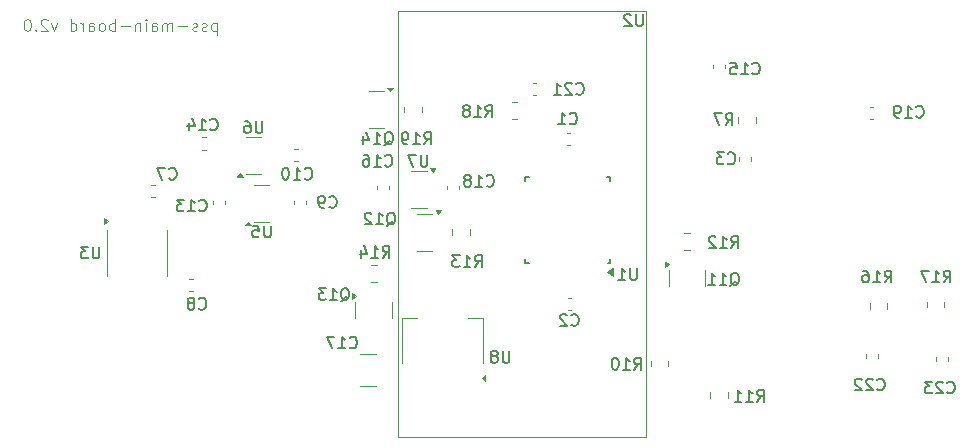
<source format=gbr>
%TF.GenerationSoftware,KiCad,Pcbnew,8.0.6-8.0.6-0~ubuntu24.04.1*%
%TF.CreationDate,2024-10-25T11:14:03+03:00*%
%TF.ProjectId,pss_v2,7073735f-7632-42e6-9b69-6361645f7063,rev?*%
%TF.SameCoordinates,Original*%
%TF.FileFunction,Legend,Bot*%
%TF.FilePolarity,Positive*%
%FSLAX46Y46*%
G04 Gerber Fmt 4.6, Leading zero omitted, Abs format (unit mm)*
G04 Created by KiCad (PCBNEW 8.0.6-8.0.6-0~ubuntu24.04.1) date 2024-10-25 11:14:03*
%MOMM*%
%LPD*%
G01*
G04 APERTURE LIST*
%ADD10C,0.100000*%
%ADD11C,0.150000*%
%ADD12C,0.120000*%
G04 APERTURE END LIST*
D10*
X58196115Y-20205752D02*
X58196115Y-21205752D01*
X58196115Y-20253371D02*
X58100877Y-20205752D01*
X58100877Y-20205752D02*
X57910401Y-20205752D01*
X57910401Y-20205752D02*
X57815163Y-20253371D01*
X57815163Y-20253371D02*
X57767544Y-20300990D01*
X57767544Y-20300990D02*
X57719925Y-20396228D01*
X57719925Y-20396228D02*
X57719925Y-20681942D01*
X57719925Y-20681942D02*
X57767544Y-20777180D01*
X57767544Y-20777180D02*
X57815163Y-20824800D01*
X57815163Y-20824800D02*
X57910401Y-20872419D01*
X57910401Y-20872419D02*
X58100877Y-20872419D01*
X58100877Y-20872419D02*
X58196115Y-20824800D01*
X57338972Y-20824800D02*
X57243734Y-20872419D01*
X57243734Y-20872419D02*
X57053258Y-20872419D01*
X57053258Y-20872419D02*
X56958020Y-20824800D01*
X56958020Y-20824800D02*
X56910401Y-20729561D01*
X56910401Y-20729561D02*
X56910401Y-20681942D01*
X56910401Y-20681942D02*
X56958020Y-20586704D01*
X56958020Y-20586704D02*
X57053258Y-20539085D01*
X57053258Y-20539085D02*
X57196115Y-20539085D01*
X57196115Y-20539085D02*
X57291353Y-20491466D01*
X57291353Y-20491466D02*
X57338972Y-20396228D01*
X57338972Y-20396228D02*
X57338972Y-20348609D01*
X57338972Y-20348609D02*
X57291353Y-20253371D01*
X57291353Y-20253371D02*
X57196115Y-20205752D01*
X57196115Y-20205752D02*
X57053258Y-20205752D01*
X57053258Y-20205752D02*
X56958020Y-20253371D01*
X56529448Y-20824800D02*
X56434210Y-20872419D01*
X56434210Y-20872419D02*
X56243734Y-20872419D01*
X56243734Y-20872419D02*
X56148496Y-20824800D01*
X56148496Y-20824800D02*
X56100877Y-20729561D01*
X56100877Y-20729561D02*
X56100877Y-20681942D01*
X56100877Y-20681942D02*
X56148496Y-20586704D01*
X56148496Y-20586704D02*
X56243734Y-20539085D01*
X56243734Y-20539085D02*
X56386591Y-20539085D01*
X56386591Y-20539085D02*
X56481829Y-20491466D01*
X56481829Y-20491466D02*
X56529448Y-20396228D01*
X56529448Y-20396228D02*
X56529448Y-20348609D01*
X56529448Y-20348609D02*
X56481829Y-20253371D01*
X56481829Y-20253371D02*
X56386591Y-20205752D01*
X56386591Y-20205752D02*
X56243734Y-20205752D01*
X56243734Y-20205752D02*
X56148496Y-20253371D01*
X55672305Y-20491466D02*
X54910401Y-20491466D01*
X54434210Y-20872419D02*
X54434210Y-20205752D01*
X54434210Y-20300990D02*
X54386591Y-20253371D01*
X54386591Y-20253371D02*
X54291353Y-20205752D01*
X54291353Y-20205752D02*
X54148496Y-20205752D01*
X54148496Y-20205752D02*
X54053258Y-20253371D01*
X54053258Y-20253371D02*
X54005639Y-20348609D01*
X54005639Y-20348609D02*
X54005639Y-20872419D01*
X54005639Y-20348609D02*
X53958020Y-20253371D01*
X53958020Y-20253371D02*
X53862782Y-20205752D01*
X53862782Y-20205752D02*
X53719925Y-20205752D01*
X53719925Y-20205752D02*
X53624686Y-20253371D01*
X53624686Y-20253371D02*
X53577067Y-20348609D01*
X53577067Y-20348609D02*
X53577067Y-20872419D01*
X52672306Y-20872419D02*
X52672306Y-20348609D01*
X52672306Y-20348609D02*
X52719925Y-20253371D01*
X52719925Y-20253371D02*
X52815163Y-20205752D01*
X52815163Y-20205752D02*
X53005639Y-20205752D01*
X53005639Y-20205752D02*
X53100877Y-20253371D01*
X52672306Y-20824800D02*
X52767544Y-20872419D01*
X52767544Y-20872419D02*
X53005639Y-20872419D01*
X53005639Y-20872419D02*
X53100877Y-20824800D01*
X53100877Y-20824800D02*
X53148496Y-20729561D01*
X53148496Y-20729561D02*
X53148496Y-20634323D01*
X53148496Y-20634323D02*
X53100877Y-20539085D01*
X53100877Y-20539085D02*
X53005639Y-20491466D01*
X53005639Y-20491466D02*
X52767544Y-20491466D01*
X52767544Y-20491466D02*
X52672306Y-20443847D01*
X52196115Y-20872419D02*
X52196115Y-20205752D01*
X52196115Y-19872419D02*
X52243734Y-19920038D01*
X52243734Y-19920038D02*
X52196115Y-19967657D01*
X52196115Y-19967657D02*
X52148496Y-19920038D01*
X52148496Y-19920038D02*
X52196115Y-19872419D01*
X52196115Y-19872419D02*
X52196115Y-19967657D01*
X51719925Y-20205752D02*
X51719925Y-20872419D01*
X51719925Y-20300990D02*
X51672306Y-20253371D01*
X51672306Y-20253371D02*
X51577068Y-20205752D01*
X51577068Y-20205752D02*
X51434211Y-20205752D01*
X51434211Y-20205752D02*
X51338973Y-20253371D01*
X51338973Y-20253371D02*
X51291354Y-20348609D01*
X51291354Y-20348609D02*
X51291354Y-20872419D01*
X50815163Y-20491466D02*
X50053259Y-20491466D01*
X49577068Y-20872419D02*
X49577068Y-19872419D01*
X49577068Y-20253371D02*
X49481830Y-20205752D01*
X49481830Y-20205752D02*
X49291354Y-20205752D01*
X49291354Y-20205752D02*
X49196116Y-20253371D01*
X49196116Y-20253371D02*
X49148497Y-20300990D01*
X49148497Y-20300990D02*
X49100878Y-20396228D01*
X49100878Y-20396228D02*
X49100878Y-20681942D01*
X49100878Y-20681942D02*
X49148497Y-20777180D01*
X49148497Y-20777180D02*
X49196116Y-20824800D01*
X49196116Y-20824800D02*
X49291354Y-20872419D01*
X49291354Y-20872419D02*
X49481830Y-20872419D01*
X49481830Y-20872419D02*
X49577068Y-20824800D01*
X48529449Y-20872419D02*
X48624687Y-20824800D01*
X48624687Y-20824800D02*
X48672306Y-20777180D01*
X48672306Y-20777180D02*
X48719925Y-20681942D01*
X48719925Y-20681942D02*
X48719925Y-20396228D01*
X48719925Y-20396228D02*
X48672306Y-20300990D01*
X48672306Y-20300990D02*
X48624687Y-20253371D01*
X48624687Y-20253371D02*
X48529449Y-20205752D01*
X48529449Y-20205752D02*
X48386592Y-20205752D01*
X48386592Y-20205752D02*
X48291354Y-20253371D01*
X48291354Y-20253371D02*
X48243735Y-20300990D01*
X48243735Y-20300990D02*
X48196116Y-20396228D01*
X48196116Y-20396228D02*
X48196116Y-20681942D01*
X48196116Y-20681942D02*
X48243735Y-20777180D01*
X48243735Y-20777180D02*
X48291354Y-20824800D01*
X48291354Y-20824800D02*
X48386592Y-20872419D01*
X48386592Y-20872419D02*
X48529449Y-20872419D01*
X47338973Y-20872419D02*
X47338973Y-20348609D01*
X47338973Y-20348609D02*
X47386592Y-20253371D01*
X47386592Y-20253371D02*
X47481830Y-20205752D01*
X47481830Y-20205752D02*
X47672306Y-20205752D01*
X47672306Y-20205752D02*
X47767544Y-20253371D01*
X47338973Y-20824800D02*
X47434211Y-20872419D01*
X47434211Y-20872419D02*
X47672306Y-20872419D01*
X47672306Y-20872419D02*
X47767544Y-20824800D01*
X47767544Y-20824800D02*
X47815163Y-20729561D01*
X47815163Y-20729561D02*
X47815163Y-20634323D01*
X47815163Y-20634323D02*
X47767544Y-20539085D01*
X47767544Y-20539085D02*
X47672306Y-20491466D01*
X47672306Y-20491466D02*
X47434211Y-20491466D01*
X47434211Y-20491466D02*
X47338973Y-20443847D01*
X46862782Y-20872419D02*
X46862782Y-20205752D01*
X46862782Y-20396228D02*
X46815163Y-20300990D01*
X46815163Y-20300990D02*
X46767544Y-20253371D01*
X46767544Y-20253371D02*
X46672306Y-20205752D01*
X46672306Y-20205752D02*
X46577068Y-20205752D01*
X45815163Y-20872419D02*
X45815163Y-19872419D01*
X45815163Y-20824800D02*
X45910401Y-20872419D01*
X45910401Y-20872419D02*
X46100877Y-20872419D01*
X46100877Y-20872419D02*
X46196115Y-20824800D01*
X46196115Y-20824800D02*
X46243734Y-20777180D01*
X46243734Y-20777180D02*
X46291353Y-20681942D01*
X46291353Y-20681942D02*
X46291353Y-20396228D01*
X46291353Y-20396228D02*
X46243734Y-20300990D01*
X46243734Y-20300990D02*
X46196115Y-20253371D01*
X46196115Y-20253371D02*
X46100877Y-20205752D01*
X46100877Y-20205752D02*
X45910401Y-20205752D01*
X45910401Y-20205752D02*
X45815163Y-20253371D01*
X44672305Y-20205752D02*
X44434210Y-20872419D01*
X44434210Y-20872419D02*
X44196115Y-20205752D01*
X43862781Y-19967657D02*
X43815162Y-19920038D01*
X43815162Y-19920038D02*
X43719924Y-19872419D01*
X43719924Y-19872419D02*
X43481829Y-19872419D01*
X43481829Y-19872419D02*
X43386591Y-19920038D01*
X43386591Y-19920038D02*
X43338972Y-19967657D01*
X43338972Y-19967657D02*
X43291353Y-20062895D01*
X43291353Y-20062895D02*
X43291353Y-20158133D01*
X43291353Y-20158133D02*
X43338972Y-20300990D01*
X43338972Y-20300990D02*
X43910400Y-20872419D01*
X43910400Y-20872419D02*
X43291353Y-20872419D01*
X42862781Y-20777180D02*
X42815162Y-20824800D01*
X42815162Y-20824800D02*
X42862781Y-20872419D01*
X42862781Y-20872419D02*
X42910400Y-20824800D01*
X42910400Y-20824800D02*
X42862781Y-20777180D01*
X42862781Y-20777180D02*
X42862781Y-20872419D01*
X42196115Y-19872419D02*
X42100877Y-19872419D01*
X42100877Y-19872419D02*
X42005639Y-19920038D01*
X42005639Y-19920038D02*
X41958020Y-19967657D01*
X41958020Y-19967657D02*
X41910401Y-20062895D01*
X41910401Y-20062895D02*
X41862782Y-20253371D01*
X41862782Y-20253371D02*
X41862782Y-20491466D01*
X41862782Y-20491466D02*
X41910401Y-20681942D01*
X41910401Y-20681942D02*
X41958020Y-20777180D01*
X41958020Y-20777180D02*
X42005639Y-20824800D01*
X42005639Y-20824800D02*
X42100877Y-20872419D01*
X42100877Y-20872419D02*
X42196115Y-20872419D01*
X42196115Y-20872419D02*
X42291353Y-20824800D01*
X42291353Y-20824800D02*
X42338972Y-20777180D01*
X42338972Y-20777180D02*
X42386591Y-20681942D01*
X42386591Y-20681942D02*
X42434210Y-20491466D01*
X42434210Y-20491466D02*
X42434210Y-20253371D01*
X42434210Y-20253371D02*
X42386591Y-20062895D01*
X42386591Y-20062895D02*
X42338972Y-19967657D01*
X42338972Y-19967657D02*
X42291353Y-19920038D01*
X42291353Y-19920038D02*
X42196115Y-19872419D01*
D11*
X103542857Y-24459580D02*
X103590476Y-24507200D01*
X103590476Y-24507200D02*
X103733333Y-24554819D01*
X103733333Y-24554819D02*
X103828571Y-24554819D01*
X103828571Y-24554819D02*
X103971428Y-24507200D01*
X103971428Y-24507200D02*
X104066666Y-24411961D01*
X104066666Y-24411961D02*
X104114285Y-24316723D01*
X104114285Y-24316723D02*
X104161904Y-24126247D01*
X104161904Y-24126247D02*
X104161904Y-23983390D01*
X104161904Y-23983390D02*
X104114285Y-23792914D01*
X104114285Y-23792914D02*
X104066666Y-23697676D01*
X104066666Y-23697676D02*
X103971428Y-23602438D01*
X103971428Y-23602438D02*
X103828571Y-23554819D01*
X103828571Y-23554819D02*
X103733333Y-23554819D01*
X103733333Y-23554819D02*
X103590476Y-23602438D01*
X103590476Y-23602438D02*
X103542857Y-23650057D01*
X102590476Y-24554819D02*
X103161904Y-24554819D01*
X102876190Y-24554819D02*
X102876190Y-23554819D01*
X102876190Y-23554819D02*
X102971428Y-23697676D01*
X102971428Y-23697676D02*
X103066666Y-23792914D01*
X103066666Y-23792914D02*
X103161904Y-23840533D01*
X101685714Y-23554819D02*
X102161904Y-23554819D01*
X102161904Y-23554819D02*
X102209523Y-24031009D01*
X102209523Y-24031009D02*
X102161904Y-23983390D01*
X102161904Y-23983390D02*
X102066666Y-23935771D01*
X102066666Y-23935771D02*
X101828571Y-23935771D01*
X101828571Y-23935771D02*
X101733333Y-23983390D01*
X101733333Y-23983390D02*
X101685714Y-24031009D01*
X101685714Y-24031009D02*
X101638095Y-24126247D01*
X101638095Y-24126247D02*
X101638095Y-24364342D01*
X101638095Y-24364342D02*
X101685714Y-24459580D01*
X101685714Y-24459580D02*
X101733333Y-24507200D01*
X101733333Y-24507200D02*
X101828571Y-24554819D01*
X101828571Y-24554819D02*
X102066666Y-24554819D01*
X102066666Y-24554819D02*
X102161904Y-24507200D01*
X102161904Y-24507200D02*
X102209523Y-24459580D01*
X117417857Y-28109580D02*
X117465476Y-28157200D01*
X117465476Y-28157200D02*
X117608333Y-28204819D01*
X117608333Y-28204819D02*
X117703571Y-28204819D01*
X117703571Y-28204819D02*
X117846428Y-28157200D01*
X117846428Y-28157200D02*
X117941666Y-28061961D01*
X117941666Y-28061961D02*
X117989285Y-27966723D01*
X117989285Y-27966723D02*
X118036904Y-27776247D01*
X118036904Y-27776247D02*
X118036904Y-27633390D01*
X118036904Y-27633390D02*
X117989285Y-27442914D01*
X117989285Y-27442914D02*
X117941666Y-27347676D01*
X117941666Y-27347676D02*
X117846428Y-27252438D01*
X117846428Y-27252438D02*
X117703571Y-27204819D01*
X117703571Y-27204819D02*
X117608333Y-27204819D01*
X117608333Y-27204819D02*
X117465476Y-27252438D01*
X117465476Y-27252438D02*
X117417857Y-27300057D01*
X116465476Y-28204819D02*
X117036904Y-28204819D01*
X116751190Y-28204819D02*
X116751190Y-27204819D01*
X116751190Y-27204819D02*
X116846428Y-27347676D01*
X116846428Y-27347676D02*
X116941666Y-27442914D01*
X116941666Y-27442914D02*
X117036904Y-27490533D01*
X115989285Y-28204819D02*
X115798809Y-28204819D01*
X115798809Y-28204819D02*
X115703571Y-28157200D01*
X115703571Y-28157200D02*
X115655952Y-28109580D01*
X115655952Y-28109580D02*
X115560714Y-27966723D01*
X115560714Y-27966723D02*
X115513095Y-27776247D01*
X115513095Y-27776247D02*
X115513095Y-27395295D01*
X115513095Y-27395295D02*
X115560714Y-27300057D01*
X115560714Y-27300057D02*
X115608333Y-27252438D01*
X115608333Y-27252438D02*
X115703571Y-27204819D01*
X115703571Y-27204819D02*
X115894047Y-27204819D01*
X115894047Y-27204819D02*
X115989285Y-27252438D01*
X115989285Y-27252438D02*
X116036904Y-27300057D01*
X116036904Y-27300057D02*
X116084523Y-27395295D01*
X116084523Y-27395295D02*
X116084523Y-27633390D01*
X116084523Y-27633390D02*
X116036904Y-27728628D01*
X116036904Y-27728628D02*
X115989285Y-27776247D01*
X115989285Y-27776247D02*
X115894047Y-27823866D01*
X115894047Y-27823866D02*
X115703571Y-27823866D01*
X115703571Y-27823866D02*
X115608333Y-27776247D01*
X115608333Y-27776247D02*
X115560714Y-27728628D01*
X115560714Y-27728628D02*
X115513095Y-27633390D01*
X68671428Y-43750057D02*
X68766666Y-43702438D01*
X68766666Y-43702438D02*
X68861904Y-43607200D01*
X68861904Y-43607200D02*
X69004761Y-43464342D01*
X69004761Y-43464342D02*
X69099999Y-43416723D01*
X69099999Y-43416723D02*
X69195237Y-43416723D01*
X69147618Y-43654819D02*
X69242856Y-43607200D01*
X69242856Y-43607200D02*
X69338094Y-43511961D01*
X69338094Y-43511961D02*
X69385713Y-43321485D01*
X69385713Y-43321485D02*
X69385713Y-42988152D01*
X69385713Y-42988152D02*
X69338094Y-42797676D01*
X69338094Y-42797676D02*
X69242856Y-42702438D01*
X69242856Y-42702438D02*
X69147618Y-42654819D01*
X69147618Y-42654819D02*
X68957142Y-42654819D01*
X68957142Y-42654819D02*
X68861904Y-42702438D01*
X68861904Y-42702438D02*
X68766666Y-42797676D01*
X68766666Y-42797676D02*
X68719047Y-42988152D01*
X68719047Y-42988152D02*
X68719047Y-43321485D01*
X68719047Y-43321485D02*
X68766666Y-43511961D01*
X68766666Y-43511961D02*
X68861904Y-43607200D01*
X68861904Y-43607200D02*
X68957142Y-43654819D01*
X68957142Y-43654819D02*
X69147618Y-43654819D01*
X67766666Y-43654819D02*
X68338094Y-43654819D01*
X68052380Y-43654819D02*
X68052380Y-42654819D01*
X68052380Y-42654819D02*
X68147618Y-42797676D01*
X68147618Y-42797676D02*
X68242856Y-42892914D01*
X68242856Y-42892914D02*
X68338094Y-42940533D01*
X67433332Y-42654819D02*
X66814285Y-42654819D01*
X66814285Y-42654819D02*
X67147618Y-43035771D01*
X67147618Y-43035771D02*
X67004761Y-43035771D01*
X67004761Y-43035771D02*
X66909523Y-43083390D01*
X66909523Y-43083390D02*
X66861904Y-43131009D01*
X66861904Y-43131009D02*
X66814285Y-43226247D01*
X66814285Y-43226247D02*
X66814285Y-43464342D01*
X66814285Y-43464342D02*
X66861904Y-43559580D01*
X66861904Y-43559580D02*
X66909523Y-43607200D01*
X66909523Y-43607200D02*
X67004761Y-43654819D01*
X67004761Y-43654819D02*
X67290475Y-43654819D01*
X67290475Y-43654819D02*
X67385713Y-43607200D01*
X67385713Y-43607200D02*
X67433332Y-43559580D01*
X114117857Y-51209580D02*
X114165476Y-51257200D01*
X114165476Y-51257200D02*
X114308333Y-51304819D01*
X114308333Y-51304819D02*
X114403571Y-51304819D01*
X114403571Y-51304819D02*
X114546428Y-51257200D01*
X114546428Y-51257200D02*
X114641666Y-51161961D01*
X114641666Y-51161961D02*
X114689285Y-51066723D01*
X114689285Y-51066723D02*
X114736904Y-50876247D01*
X114736904Y-50876247D02*
X114736904Y-50733390D01*
X114736904Y-50733390D02*
X114689285Y-50542914D01*
X114689285Y-50542914D02*
X114641666Y-50447676D01*
X114641666Y-50447676D02*
X114546428Y-50352438D01*
X114546428Y-50352438D02*
X114403571Y-50304819D01*
X114403571Y-50304819D02*
X114308333Y-50304819D01*
X114308333Y-50304819D02*
X114165476Y-50352438D01*
X114165476Y-50352438D02*
X114117857Y-50400057D01*
X113736904Y-50400057D02*
X113689285Y-50352438D01*
X113689285Y-50352438D02*
X113594047Y-50304819D01*
X113594047Y-50304819D02*
X113355952Y-50304819D01*
X113355952Y-50304819D02*
X113260714Y-50352438D01*
X113260714Y-50352438D02*
X113213095Y-50400057D01*
X113213095Y-50400057D02*
X113165476Y-50495295D01*
X113165476Y-50495295D02*
X113165476Y-50590533D01*
X113165476Y-50590533D02*
X113213095Y-50733390D01*
X113213095Y-50733390D02*
X113784523Y-51304819D01*
X113784523Y-51304819D02*
X113165476Y-51304819D01*
X112784523Y-50400057D02*
X112736904Y-50352438D01*
X112736904Y-50352438D02*
X112641666Y-50304819D01*
X112641666Y-50304819D02*
X112403571Y-50304819D01*
X112403571Y-50304819D02*
X112308333Y-50352438D01*
X112308333Y-50352438D02*
X112260714Y-50400057D01*
X112260714Y-50400057D02*
X112213095Y-50495295D01*
X112213095Y-50495295D02*
X112213095Y-50590533D01*
X112213095Y-50590533D02*
X112260714Y-50733390D01*
X112260714Y-50733390D02*
X112832142Y-51304819D01*
X112832142Y-51304819D02*
X112213095Y-51304819D01*
X56666666Y-44359580D02*
X56714285Y-44407200D01*
X56714285Y-44407200D02*
X56857142Y-44454819D01*
X56857142Y-44454819D02*
X56952380Y-44454819D01*
X56952380Y-44454819D02*
X57095237Y-44407200D01*
X57095237Y-44407200D02*
X57190475Y-44311961D01*
X57190475Y-44311961D02*
X57238094Y-44216723D01*
X57238094Y-44216723D02*
X57285713Y-44026247D01*
X57285713Y-44026247D02*
X57285713Y-43883390D01*
X57285713Y-43883390D02*
X57238094Y-43692914D01*
X57238094Y-43692914D02*
X57190475Y-43597676D01*
X57190475Y-43597676D02*
X57095237Y-43502438D01*
X57095237Y-43502438D02*
X56952380Y-43454819D01*
X56952380Y-43454819D02*
X56857142Y-43454819D01*
X56857142Y-43454819D02*
X56714285Y-43502438D01*
X56714285Y-43502438D02*
X56666666Y-43550057D01*
X56095237Y-43883390D02*
X56190475Y-43835771D01*
X56190475Y-43835771D02*
X56238094Y-43788152D01*
X56238094Y-43788152D02*
X56285713Y-43692914D01*
X56285713Y-43692914D02*
X56285713Y-43645295D01*
X56285713Y-43645295D02*
X56238094Y-43550057D01*
X56238094Y-43550057D02*
X56190475Y-43502438D01*
X56190475Y-43502438D02*
X56095237Y-43454819D01*
X56095237Y-43454819D02*
X55904761Y-43454819D01*
X55904761Y-43454819D02*
X55809523Y-43502438D01*
X55809523Y-43502438D02*
X55761904Y-43550057D01*
X55761904Y-43550057D02*
X55714285Y-43645295D01*
X55714285Y-43645295D02*
X55714285Y-43692914D01*
X55714285Y-43692914D02*
X55761904Y-43788152D01*
X55761904Y-43788152D02*
X55809523Y-43835771D01*
X55809523Y-43835771D02*
X55904761Y-43883390D01*
X55904761Y-43883390D02*
X56095237Y-43883390D01*
X56095237Y-43883390D02*
X56190475Y-43931009D01*
X56190475Y-43931009D02*
X56238094Y-43978628D01*
X56238094Y-43978628D02*
X56285713Y-44073866D01*
X56285713Y-44073866D02*
X56285713Y-44264342D01*
X56285713Y-44264342D02*
X56238094Y-44359580D01*
X56238094Y-44359580D02*
X56190475Y-44407200D01*
X56190475Y-44407200D02*
X56095237Y-44454819D01*
X56095237Y-44454819D02*
X55904761Y-44454819D01*
X55904761Y-44454819D02*
X55809523Y-44407200D01*
X55809523Y-44407200D02*
X55761904Y-44359580D01*
X55761904Y-44359580D02*
X55714285Y-44264342D01*
X55714285Y-44264342D02*
X55714285Y-44073866D01*
X55714285Y-44073866D02*
X55761904Y-43978628D01*
X55761904Y-43978628D02*
X55809523Y-43931009D01*
X55809523Y-43931009D02*
X55904761Y-43883390D01*
X62061904Y-28504819D02*
X62061904Y-29314342D01*
X62061904Y-29314342D02*
X62014285Y-29409580D01*
X62014285Y-29409580D02*
X61966666Y-29457200D01*
X61966666Y-29457200D02*
X61871428Y-29504819D01*
X61871428Y-29504819D02*
X61680952Y-29504819D01*
X61680952Y-29504819D02*
X61585714Y-29457200D01*
X61585714Y-29457200D02*
X61538095Y-29409580D01*
X61538095Y-29409580D02*
X61490476Y-29314342D01*
X61490476Y-29314342D02*
X61490476Y-28504819D01*
X60585714Y-28504819D02*
X60776190Y-28504819D01*
X60776190Y-28504819D02*
X60871428Y-28552438D01*
X60871428Y-28552438D02*
X60919047Y-28600057D01*
X60919047Y-28600057D02*
X61014285Y-28742914D01*
X61014285Y-28742914D02*
X61061904Y-28933390D01*
X61061904Y-28933390D02*
X61061904Y-29314342D01*
X61061904Y-29314342D02*
X61014285Y-29409580D01*
X61014285Y-29409580D02*
X60966666Y-29457200D01*
X60966666Y-29457200D02*
X60871428Y-29504819D01*
X60871428Y-29504819D02*
X60680952Y-29504819D01*
X60680952Y-29504819D02*
X60585714Y-29457200D01*
X60585714Y-29457200D02*
X60538095Y-29409580D01*
X60538095Y-29409580D02*
X60490476Y-29314342D01*
X60490476Y-29314342D02*
X60490476Y-29076247D01*
X60490476Y-29076247D02*
X60538095Y-28981009D01*
X60538095Y-28981009D02*
X60585714Y-28933390D01*
X60585714Y-28933390D02*
X60680952Y-28885771D01*
X60680952Y-28885771D02*
X60871428Y-28885771D01*
X60871428Y-28885771D02*
X60966666Y-28933390D01*
X60966666Y-28933390D02*
X61014285Y-28981009D01*
X61014285Y-28981009D02*
X61061904Y-29076247D01*
X48261904Y-39129819D02*
X48261904Y-39939342D01*
X48261904Y-39939342D02*
X48214285Y-40034580D01*
X48214285Y-40034580D02*
X48166666Y-40082200D01*
X48166666Y-40082200D02*
X48071428Y-40129819D01*
X48071428Y-40129819D02*
X47880952Y-40129819D01*
X47880952Y-40129819D02*
X47785714Y-40082200D01*
X47785714Y-40082200D02*
X47738095Y-40034580D01*
X47738095Y-40034580D02*
X47690476Y-39939342D01*
X47690476Y-39939342D02*
X47690476Y-39129819D01*
X47309523Y-39129819D02*
X46690476Y-39129819D01*
X46690476Y-39129819D02*
X47023809Y-39510771D01*
X47023809Y-39510771D02*
X46880952Y-39510771D01*
X46880952Y-39510771D02*
X46785714Y-39558390D01*
X46785714Y-39558390D02*
X46738095Y-39606009D01*
X46738095Y-39606009D02*
X46690476Y-39701247D01*
X46690476Y-39701247D02*
X46690476Y-39939342D01*
X46690476Y-39939342D02*
X46738095Y-40034580D01*
X46738095Y-40034580D02*
X46785714Y-40082200D01*
X46785714Y-40082200D02*
X46880952Y-40129819D01*
X46880952Y-40129819D02*
X47166666Y-40129819D01*
X47166666Y-40129819D02*
X47261904Y-40082200D01*
X47261904Y-40082200D02*
X47309523Y-40034580D01*
X69442857Y-47659580D02*
X69490476Y-47707200D01*
X69490476Y-47707200D02*
X69633333Y-47754819D01*
X69633333Y-47754819D02*
X69728571Y-47754819D01*
X69728571Y-47754819D02*
X69871428Y-47707200D01*
X69871428Y-47707200D02*
X69966666Y-47611961D01*
X69966666Y-47611961D02*
X70014285Y-47516723D01*
X70014285Y-47516723D02*
X70061904Y-47326247D01*
X70061904Y-47326247D02*
X70061904Y-47183390D01*
X70061904Y-47183390D02*
X70014285Y-46992914D01*
X70014285Y-46992914D02*
X69966666Y-46897676D01*
X69966666Y-46897676D02*
X69871428Y-46802438D01*
X69871428Y-46802438D02*
X69728571Y-46754819D01*
X69728571Y-46754819D02*
X69633333Y-46754819D01*
X69633333Y-46754819D02*
X69490476Y-46802438D01*
X69490476Y-46802438D02*
X69442857Y-46850057D01*
X68490476Y-47754819D02*
X69061904Y-47754819D01*
X68776190Y-47754819D02*
X68776190Y-46754819D01*
X68776190Y-46754819D02*
X68871428Y-46897676D01*
X68871428Y-46897676D02*
X68966666Y-46992914D01*
X68966666Y-46992914D02*
X69061904Y-47040533D01*
X68157142Y-46754819D02*
X67490476Y-46754819D01*
X67490476Y-46754819D02*
X67919047Y-47754819D01*
X80042857Y-40854819D02*
X80376190Y-40378628D01*
X80614285Y-40854819D02*
X80614285Y-39854819D01*
X80614285Y-39854819D02*
X80233333Y-39854819D01*
X80233333Y-39854819D02*
X80138095Y-39902438D01*
X80138095Y-39902438D02*
X80090476Y-39950057D01*
X80090476Y-39950057D02*
X80042857Y-40045295D01*
X80042857Y-40045295D02*
X80042857Y-40188152D01*
X80042857Y-40188152D02*
X80090476Y-40283390D01*
X80090476Y-40283390D02*
X80138095Y-40331009D01*
X80138095Y-40331009D02*
X80233333Y-40378628D01*
X80233333Y-40378628D02*
X80614285Y-40378628D01*
X79090476Y-40854819D02*
X79661904Y-40854819D01*
X79376190Y-40854819D02*
X79376190Y-39854819D01*
X79376190Y-39854819D02*
X79471428Y-39997676D01*
X79471428Y-39997676D02*
X79566666Y-40092914D01*
X79566666Y-40092914D02*
X79661904Y-40140533D01*
X78757142Y-39854819D02*
X78138095Y-39854819D01*
X78138095Y-39854819D02*
X78471428Y-40235771D01*
X78471428Y-40235771D02*
X78328571Y-40235771D01*
X78328571Y-40235771D02*
X78233333Y-40283390D01*
X78233333Y-40283390D02*
X78185714Y-40331009D01*
X78185714Y-40331009D02*
X78138095Y-40426247D01*
X78138095Y-40426247D02*
X78138095Y-40664342D01*
X78138095Y-40664342D02*
X78185714Y-40759580D01*
X78185714Y-40759580D02*
X78233333Y-40807200D01*
X78233333Y-40807200D02*
X78328571Y-40854819D01*
X78328571Y-40854819D02*
X78614285Y-40854819D01*
X78614285Y-40854819D02*
X78709523Y-40807200D01*
X78709523Y-40807200D02*
X78757142Y-40759580D01*
X80942857Y-28154819D02*
X81276190Y-27678628D01*
X81514285Y-28154819D02*
X81514285Y-27154819D01*
X81514285Y-27154819D02*
X81133333Y-27154819D01*
X81133333Y-27154819D02*
X81038095Y-27202438D01*
X81038095Y-27202438D02*
X80990476Y-27250057D01*
X80990476Y-27250057D02*
X80942857Y-27345295D01*
X80942857Y-27345295D02*
X80942857Y-27488152D01*
X80942857Y-27488152D02*
X80990476Y-27583390D01*
X80990476Y-27583390D02*
X81038095Y-27631009D01*
X81038095Y-27631009D02*
X81133333Y-27678628D01*
X81133333Y-27678628D02*
X81514285Y-27678628D01*
X79990476Y-28154819D02*
X80561904Y-28154819D01*
X80276190Y-28154819D02*
X80276190Y-27154819D01*
X80276190Y-27154819D02*
X80371428Y-27297676D01*
X80371428Y-27297676D02*
X80466666Y-27392914D01*
X80466666Y-27392914D02*
X80561904Y-27440533D01*
X79419047Y-27583390D02*
X79514285Y-27535771D01*
X79514285Y-27535771D02*
X79561904Y-27488152D01*
X79561904Y-27488152D02*
X79609523Y-27392914D01*
X79609523Y-27392914D02*
X79609523Y-27345295D01*
X79609523Y-27345295D02*
X79561904Y-27250057D01*
X79561904Y-27250057D02*
X79514285Y-27202438D01*
X79514285Y-27202438D02*
X79419047Y-27154819D01*
X79419047Y-27154819D02*
X79228571Y-27154819D01*
X79228571Y-27154819D02*
X79133333Y-27202438D01*
X79133333Y-27202438D02*
X79085714Y-27250057D01*
X79085714Y-27250057D02*
X79038095Y-27345295D01*
X79038095Y-27345295D02*
X79038095Y-27392914D01*
X79038095Y-27392914D02*
X79085714Y-27488152D01*
X79085714Y-27488152D02*
X79133333Y-27535771D01*
X79133333Y-27535771D02*
X79228571Y-27583390D01*
X79228571Y-27583390D02*
X79419047Y-27583390D01*
X79419047Y-27583390D02*
X79514285Y-27631009D01*
X79514285Y-27631009D02*
X79561904Y-27678628D01*
X79561904Y-27678628D02*
X79609523Y-27773866D01*
X79609523Y-27773866D02*
X79609523Y-27964342D01*
X79609523Y-27964342D02*
X79561904Y-28059580D01*
X79561904Y-28059580D02*
X79514285Y-28107200D01*
X79514285Y-28107200D02*
X79419047Y-28154819D01*
X79419047Y-28154819D02*
X79228571Y-28154819D01*
X79228571Y-28154819D02*
X79133333Y-28107200D01*
X79133333Y-28107200D02*
X79085714Y-28059580D01*
X79085714Y-28059580D02*
X79038095Y-27964342D01*
X79038095Y-27964342D02*
X79038095Y-27773866D01*
X79038095Y-27773866D02*
X79085714Y-27678628D01*
X79085714Y-27678628D02*
X79133333Y-27631009D01*
X79133333Y-27631009D02*
X79228571Y-27583390D01*
X62761904Y-37354819D02*
X62761904Y-38164342D01*
X62761904Y-38164342D02*
X62714285Y-38259580D01*
X62714285Y-38259580D02*
X62666666Y-38307200D01*
X62666666Y-38307200D02*
X62571428Y-38354819D01*
X62571428Y-38354819D02*
X62380952Y-38354819D01*
X62380952Y-38354819D02*
X62285714Y-38307200D01*
X62285714Y-38307200D02*
X62238095Y-38259580D01*
X62238095Y-38259580D02*
X62190476Y-38164342D01*
X62190476Y-38164342D02*
X62190476Y-37354819D01*
X61238095Y-37354819D02*
X61714285Y-37354819D01*
X61714285Y-37354819D02*
X61761904Y-37831009D01*
X61761904Y-37831009D02*
X61714285Y-37783390D01*
X61714285Y-37783390D02*
X61619047Y-37735771D01*
X61619047Y-37735771D02*
X61380952Y-37735771D01*
X61380952Y-37735771D02*
X61285714Y-37783390D01*
X61285714Y-37783390D02*
X61238095Y-37831009D01*
X61238095Y-37831009D02*
X61190476Y-37926247D01*
X61190476Y-37926247D02*
X61190476Y-38164342D01*
X61190476Y-38164342D02*
X61238095Y-38259580D01*
X61238095Y-38259580D02*
X61285714Y-38307200D01*
X61285714Y-38307200D02*
X61380952Y-38354819D01*
X61380952Y-38354819D02*
X61619047Y-38354819D01*
X61619047Y-38354819D02*
X61714285Y-38307200D01*
X61714285Y-38307200D02*
X61761904Y-38259580D01*
X88066666Y-28689580D02*
X88114285Y-28737200D01*
X88114285Y-28737200D02*
X88257142Y-28784819D01*
X88257142Y-28784819D02*
X88352380Y-28784819D01*
X88352380Y-28784819D02*
X88495237Y-28737200D01*
X88495237Y-28737200D02*
X88590475Y-28641961D01*
X88590475Y-28641961D02*
X88638094Y-28546723D01*
X88638094Y-28546723D02*
X88685713Y-28356247D01*
X88685713Y-28356247D02*
X88685713Y-28213390D01*
X88685713Y-28213390D02*
X88638094Y-28022914D01*
X88638094Y-28022914D02*
X88590475Y-27927676D01*
X88590475Y-27927676D02*
X88495237Y-27832438D01*
X88495237Y-27832438D02*
X88352380Y-27784819D01*
X88352380Y-27784819D02*
X88257142Y-27784819D01*
X88257142Y-27784819D02*
X88114285Y-27832438D01*
X88114285Y-27832438D02*
X88066666Y-27880057D01*
X87114285Y-28784819D02*
X87685713Y-28784819D01*
X87399999Y-28784819D02*
X87399999Y-27784819D01*
X87399999Y-27784819D02*
X87495237Y-27927676D01*
X87495237Y-27927676D02*
X87590475Y-28022914D01*
X87590475Y-28022914D02*
X87685713Y-28070533D01*
X54166666Y-33359580D02*
X54214285Y-33407200D01*
X54214285Y-33407200D02*
X54357142Y-33454819D01*
X54357142Y-33454819D02*
X54452380Y-33454819D01*
X54452380Y-33454819D02*
X54595237Y-33407200D01*
X54595237Y-33407200D02*
X54690475Y-33311961D01*
X54690475Y-33311961D02*
X54738094Y-33216723D01*
X54738094Y-33216723D02*
X54785713Y-33026247D01*
X54785713Y-33026247D02*
X54785713Y-32883390D01*
X54785713Y-32883390D02*
X54738094Y-32692914D01*
X54738094Y-32692914D02*
X54690475Y-32597676D01*
X54690475Y-32597676D02*
X54595237Y-32502438D01*
X54595237Y-32502438D02*
X54452380Y-32454819D01*
X54452380Y-32454819D02*
X54357142Y-32454819D01*
X54357142Y-32454819D02*
X54214285Y-32502438D01*
X54214285Y-32502438D02*
X54166666Y-32550057D01*
X53833332Y-32454819D02*
X53166666Y-32454819D01*
X53166666Y-32454819D02*
X53595237Y-33454819D01*
X114742857Y-42154819D02*
X115076190Y-41678628D01*
X115314285Y-42154819D02*
X115314285Y-41154819D01*
X115314285Y-41154819D02*
X114933333Y-41154819D01*
X114933333Y-41154819D02*
X114838095Y-41202438D01*
X114838095Y-41202438D02*
X114790476Y-41250057D01*
X114790476Y-41250057D02*
X114742857Y-41345295D01*
X114742857Y-41345295D02*
X114742857Y-41488152D01*
X114742857Y-41488152D02*
X114790476Y-41583390D01*
X114790476Y-41583390D02*
X114838095Y-41631009D01*
X114838095Y-41631009D02*
X114933333Y-41678628D01*
X114933333Y-41678628D02*
X115314285Y-41678628D01*
X113790476Y-42154819D02*
X114361904Y-42154819D01*
X114076190Y-42154819D02*
X114076190Y-41154819D01*
X114076190Y-41154819D02*
X114171428Y-41297676D01*
X114171428Y-41297676D02*
X114266666Y-41392914D01*
X114266666Y-41392914D02*
X114361904Y-41440533D01*
X112933333Y-41154819D02*
X113123809Y-41154819D01*
X113123809Y-41154819D02*
X113219047Y-41202438D01*
X113219047Y-41202438D02*
X113266666Y-41250057D01*
X113266666Y-41250057D02*
X113361904Y-41392914D01*
X113361904Y-41392914D02*
X113409523Y-41583390D01*
X113409523Y-41583390D02*
X113409523Y-41964342D01*
X113409523Y-41964342D02*
X113361904Y-42059580D01*
X113361904Y-42059580D02*
X113314285Y-42107200D01*
X113314285Y-42107200D02*
X113219047Y-42154819D01*
X113219047Y-42154819D02*
X113028571Y-42154819D01*
X113028571Y-42154819D02*
X112933333Y-42107200D01*
X112933333Y-42107200D02*
X112885714Y-42059580D01*
X112885714Y-42059580D02*
X112838095Y-41964342D01*
X112838095Y-41964342D02*
X112838095Y-41726247D01*
X112838095Y-41726247D02*
X112885714Y-41631009D01*
X112885714Y-41631009D02*
X112933333Y-41583390D01*
X112933333Y-41583390D02*
X113028571Y-41535771D01*
X113028571Y-41535771D02*
X113219047Y-41535771D01*
X113219047Y-41535771D02*
X113314285Y-41583390D01*
X113314285Y-41583390D02*
X113361904Y-41631009D01*
X113361904Y-41631009D02*
X113409523Y-41726247D01*
X101266666Y-28854819D02*
X101599999Y-28378628D01*
X101838094Y-28854819D02*
X101838094Y-27854819D01*
X101838094Y-27854819D02*
X101457142Y-27854819D01*
X101457142Y-27854819D02*
X101361904Y-27902438D01*
X101361904Y-27902438D02*
X101314285Y-27950057D01*
X101314285Y-27950057D02*
X101266666Y-28045295D01*
X101266666Y-28045295D02*
X101266666Y-28188152D01*
X101266666Y-28188152D02*
X101314285Y-28283390D01*
X101314285Y-28283390D02*
X101361904Y-28331009D01*
X101361904Y-28331009D02*
X101457142Y-28378628D01*
X101457142Y-28378628D02*
X101838094Y-28378628D01*
X100933332Y-27854819D02*
X100266666Y-27854819D01*
X100266666Y-27854819D02*
X100695237Y-28854819D01*
X101466666Y-32059580D02*
X101514285Y-32107200D01*
X101514285Y-32107200D02*
X101657142Y-32154819D01*
X101657142Y-32154819D02*
X101752380Y-32154819D01*
X101752380Y-32154819D02*
X101895237Y-32107200D01*
X101895237Y-32107200D02*
X101990475Y-32011961D01*
X101990475Y-32011961D02*
X102038094Y-31916723D01*
X102038094Y-31916723D02*
X102085713Y-31726247D01*
X102085713Y-31726247D02*
X102085713Y-31583390D01*
X102085713Y-31583390D02*
X102038094Y-31392914D01*
X102038094Y-31392914D02*
X101990475Y-31297676D01*
X101990475Y-31297676D02*
X101895237Y-31202438D01*
X101895237Y-31202438D02*
X101752380Y-31154819D01*
X101752380Y-31154819D02*
X101657142Y-31154819D01*
X101657142Y-31154819D02*
X101514285Y-31202438D01*
X101514285Y-31202438D02*
X101466666Y-31250057D01*
X101133332Y-31154819D02*
X100514285Y-31154819D01*
X100514285Y-31154819D02*
X100847618Y-31535771D01*
X100847618Y-31535771D02*
X100704761Y-31535771D01*
X100704761Y-31535771D02*
X100609523Y-31583390D01*
X100609523Y-31583390D02*
X100561904Y-31631009D01*
X100561904Y-31631009D02*
X100514285Y-31726247D01*
X100514285Y-31726247D02*
X100514285Y-31964342D01*
X100514285Y-31964342D02*
X100561904Y-32059580D01*
X100561904Y-32059580D02*
X100609523Y-32107200D01*
X100609523Y-32107200D02*
X100704761Y-32154819D01*
X100704761Y-32154819D02*
X100990475Y-32154819D01*
X100990475Y-32154819D02*
X101085713Y-32107200D01*
X101085713Y-32107200D02*
X101133332Y-32059580D01*
X101742857Y-39254819D02*
X102076190Y-38778628D01*
X102314285Y-39254819D02*
X102314285Y-38254819D01*
X102314285Y-38254819D02*
X101933333Y-38254819D01*
X101933333Y-38254819D02*
X101838095Y-38302438D01*
X101838095Y-38302438D02*
X101790476Y-38350057D01*
X101790476Y-38350057D02*
X101742857Y-38445295D01*
X101742857Y-38445295D02*
X101742857Y-38588152D01*
X101742857Y-38588152D02*
X101790476Y-38683390D01*
X101790476Y-38683390D02*
X101838095Y-38731009D01*
X101838095Y-38731009D02*
X101933333Y-38778628D01*
X101933333Y-38778628D02*
X102314285Y-38778628D01*
X100790476Y-39254819D02*
X101361904Y-39254819D01*
X101076190Y-39254819D02*
X101076190Y-38254819D01*
X101076190Y-38254819D02*
X101171428Y-38397676D01*
X101171428Y-38397676D02*
X101266666Y-38492914D01*
X101266666Y-38492914D02*
X101361904Y-38540533D01*
X100409523Y-38350057D02*
X100361904Y-38302438D01*
X100361904Y-38302438D02*
X100266666Y-38254819D01*
X100266666Y-38254819D02*
X100028571Y-38254819D01*
X100028571Y-38254819D02*
X99933333Y-38302438D01*
X99933333Y-38302438D02*
X99885714Y-38350057D01*
X99885714Y-38350057D02*
X99838095Y-38445295D01*
X99838095Y-38445295D02*
X99838095Y-38540533D01*
X99838095Y-38540533D02*
X99885714Y-38683390D01*
X99885714Y-38683390D02*
X100457142Y-39254819D01*
X100457142Y-39254819D02*
X99838095Y-39254819D01*
X67729166Y-35759580D02*
X67776785Y-35807200D01*
X67776785Y-35807200D02*
X67919642Y-35854819D01*
X67919642Y-35854819D02*
X68014880Y-35854819D01*
X68014880Y-35854819D02*
X68157737Y-35807200D01*
X68157737Y-35807200D02*
X68252975Y-35711961D01*
X68252975Y-35711961D02*
X68300594Y-35616723D01*
X68300594Y-35616723D02*
X68348213Y-35426247D01*
X68348213Y-35426247D02*
X68348213Y-35283390D01*
X68348213Y-35283390D02*
X68300594Y-35092914D01*
X68300594Y-35092914D02*
X68252975Y-34997676D01*
X68252975Y-34997676D02*
X68157737Y-34902438D01*
X68157737Y-34902438D02*
X68014880Y-34854819D01*
X68014880Y-34854819D02*
X67919642Y-34854819D01*
X67919642Y-34854819D02*
X67776785Y-34902438D01*
X67776785Y-34902438D02*
X67729166Y-34950057D01*
X67252975Y-35854819D02*
X67062499Y-35854819D01*
X67062499Y-35854819D02*
X66967261Y-35807200D01*
X66967261Y-35807200D02*
X66919642Y-35759580D01*
X66919642Y-35759580D02*
X66824404Y-35616723D01*
X66824404Y-35616723D02*
X66776785Y-35426247D01*
X66776785Y-35426247D02*
X66776785Y-35045295D01*
X66776785Y-35045295D02*
X66824404Y-34950057D01*
X66824404Y-34950057D02*
X66872023Y-34902438D01*
X66872023Y-34902438D02*
X66967261Y-34854819D01*
X66967261Y-34854819D02*
X67157737Y-34854819D01*
X67157737Y-34854819D02*
X67252975Y-34902438D01*
X67252975Y-34902438D02*
X67300594Y-34950057D01*
X67300594Y-34950057D02*
X67348213Y-35045295D01*
X67348213Y-35045295D02*
X67348213Y-35283390D01*
X67348213Y-35283390D02*
X67300594Y-35378628D01*
X67300594Y-35378628D02*
X67252975Y-35426247D01*
X67252975Y-35426247D02*
X67157737Y-35473866D01*
X67157737Y-35473866D02*
X66967261Y-35473866D01*
X66967261Y-35473866D02*
X66872023Y-35426247D01*
X66872023Y-35426247D02*
X66824404Y-35378628D01*
X66824404Y-35378628D02*
X66776785Y-35283390D01*
X76024404Y-31354819D02*
X76024404Y-32164342D01*
X76024404Y-32164342D02*
X75976785Y-32259580D01*
X75976785Y-32259580D02*
X75929166Y-32307200D01*
X75929166Y-32307200D02*
X75833928Y-32354819D01*
X75833928Y-32354819D02*
X75643452Y-32354819D01*
X75643452Y-32354819D02*
X75548214Y-32307200D01*
X75548214Y-32307200D02*
X75500595Y-32259580D01*
X75500595Y-32259580D02*
X75452976Y-32164342D01*
X75452976Y-32164342D02*
X75452976Y-31354819D01*
X75072023Y-31354819D02*
X74405357Y-31354819D01*
X74405357Y-31354819D02*
X74833928Y-32354819D01*
X93542857Y-49554819D02*
X93876190Y-49078628D01*
X94114285Y-49554819D02*
X94114285Y-48554819D01*
X94114285Y-48554819D02*
X93733333Y-48554819D01*
X93733333Y-48554819D02*
X93638095Y-48602438D01*
X93638095Y-48602438D02*
X93590476Y-48650057D01*
X93590476Y-48650057D02*
X93542857Y-48745295D01*
X93542857Y-48745295D02*
X93542857Y-48888152D01*
X93542857Y-48888152D02*
X93590476Y-48983390D01*
X93590476Y-48983390D02*
X93638095Y-49031009D01*
X93638095Y-49031009D02*
X93733333Y-49078628D01*
X93733333Y-49078628D02*
X94114285Y-49078628D01*
X92590476Y-49554819D02*
X93161904Y-49554819D01*
X92876190Y-49554819D02*
X92876190Y-48554819D01*
X92876190Y-48554819D02*
X92971428Y-48697676D01*
X92971428Y-48697676D02*
X93066666Y-48792914D01*
X93066666Y-48792914D02*
X93161904Y-48840533D01*
X91971428Y-48554819D02*
X91876190Y-48554819D01*
X91876190Y-48554819D02*
X91780952Y-48602438D01*
X91780952Y-48602438D02*
X91733333Y-48650057D01*
X91733333Y-48650057D02*
X91685714Y-48745295D01*
X91685714Y-48745295D02*
X91638095Y-48935771D01*
X91638095Y-48935771D02*
X91638095Y-49173866D01*
X91638095Y-49173866D02*
X91685714Y-49364342D01*
X91685714Y-49364342D02*
X91733333Y-49459580D01*
X91733333Y-49459580D02*
X91780952Y-49507200D01*
X91780952Y-49507200D02*
X91876190Y-49554819D01*
X91876190Y-49554819D02*
X91971428Y-49554819D01*
X91971428Y-49554819D02*
X92066666Y-49507200D01*
X92066666Y-49507200D02*
X92114285Y-49459580D01*
X92114285Y-49459580D02*
X92161904Y-49364342D01*
X92161904Y-49364342D02*
X92209523Y-49173866D01*
X92209523Y-49173866D02*
X92209523Y-48935771D01*
X92209523Y-48935771D02*
X92161904Y-48745295D01*
X92161904Y-48745295D02*
X92114285Y-48650057D01*
X92114285Y-48650057D02*
X92066666Y-48602438D01*
X92066666Y-48602438D02*
X91971428Y-48554819D01*
X65642857Y-33359580D02*
X65690476Y-33407200D01*
X65690476Y-33407200D02*
X65833333Y-33454819D01*
X65833333Y-33454819D02*
X65928571Y-33454819D01*
X65928571Y-33454819D02*
X66071428Y-33407200D01*
X66071428Y-33407200D02*
X66166666Y-33311961D01*
X66166666Y-33311961D02*
X66214285Y-33216723D01*
X66214285Y-33216723D02*
X66261904Y-33026247D01*
X66261904Y-33026247D02*
X66261904Y-32883390D01*
X66261904Y-32883390D02*
X66214285Y-32692914D01*
X66214285Y-32692914D02*
X66166666Y-32597676D01*
X66166666Y-32597676D02*
X66071428Y-32502438D01*
X66071428Y-32502438D02*
X65928571Y-32454819D01*
X65928571Y-32454819D02*
X65833333Y-32454819D01*
X65833333Y-32454819D02*
X65690476Y-32502438D01*
X65690476Y-32502438D02*
X65642857Y-32550057D01*
X64690476Y-33454819D02*
X65261904Y-33454819D01*
X64976190Y-33454819D02*
X64976190Y-32454819D01*
X64976190Y-32454819D02*
X65071428Y-32597676D01*
X65071428Y-32597676D02*
X65166666Y-32692914D01*
X65166666Y-32692914D02*
X65261904Y-32740533D01*
X64071428Y-32454819D02*
X63976190Y-32454819D01*
X63976190Y-32454819D02*
X63880952Y-32502438D01*
X63880952Y-32502438D02*
X63833333Y-32550057D01*
X63833333Y-32550057D02*
X63785714Y-32645295D01*
X63785714Y-32645295D02*
X63738095Y-32835771D01*
X63738095Y-32835771D02*
X63738095Y-33073866D01*
X63738095Y-33073866D02*
X63785714Y-33264342D01*
X63785714Y-33264342D02*
X63833333Y-33359580D01*
X63833333Y-33359580D02*
X63880952Y-33407200D01*
X63880952Y-33407200D02*
X63976190Y-33454819D01*
X63976190Y-33454819D02*
X64071428Y-33454819D01*
X64071428Y-33454819D02*
X64166666Y-33407200D01*
X64166666Y-33407200D02*
X64214285Y-33359580D01*
X64214285Y-33359580D02*
X64261904Y-33264342D01*
X64261904Y-33264342D02*
X64309523Y-33073866D01*
X64309523Y-33073866D02*
X64309523Y-32835771D01*
X64309523Y-32835771D02*
X64261904Y-32645295D01*
X64261904Y-32645295D02*
X64214285Y-32550057D01*
X64214285Y-32550057D02*
X64166666Y-32502438D01*
X64166666Y-32502438D02*
X64071428Y-32454819D01*
X72371428Y-30550057D02*
X72466666Y-30502438D01*
X72466666Y-30502438D02*
X72561904Y-30407200D01*
X72561904Y-30407200D02*
X72704761Y-30264342D01*
X72704761Y-30264342D02*
X72799999Y-30216723D01*
X72799999Y-30216723D02*
X72895237Y-30216723D01*
X72847618Y-30454819D02*
X72942856Y-30407200D01*
X72942856Y-30407200D02*
X73038094Y-30311961D01*
X73038094Y-30311961D02*
X73085713Y-30121485D01*
X73085713Y-30121485D02*
X73085713Y-29788152D01*
X73085713Y-29788152D02*
X73038094Y-29597676D01*
X73038094Y-29597676D02*
X72942856Y-29502438D01*
X72942856Y-29502438D02*
X72847618Y-29454819D01*
X72847618Y-29454819D02*
X72657142Y-29454819D01*
X72657142Y-29454819D02*
X72561904Y-29502438D01*
X72561904Y-29502438D02*
X72466666Y-29597676D01*
X72466666Y-29597676D02*
X72419047Y-29788152D01*
X72419047Y-29788152D02*
X72419047Y-30121485D01*
X72419047Y-30121485D02*
X72466666Y-30311961D01*
X72466666Y-30311961D02*
X72561904Y-30407200D01*
X72561904Y-30407200D02*
X72657142Y-30454819D01*
X72657142Y-30454819D02*
X72847618Y-30454819D01*
X71466666Y-30454819D02*
X72038094Y-30454819D01*
X71752380Y-30454819D02*
X71752380Y-29454819D01*
X71752380Y-29454819D02*
X71847618Y-29597676D01*
X71847618Y-29597676D02*
X71942856Y-29692914D01*
X71942856Y-29692914D02*
X72038094Y-29740533D01*
X70609523Y-29788152D02*
X70609523Y-30454819D01*
X70847618Y-29407200D02*
X71085713Y-30121485D01*
X71085713Y-30121485D02*
X70466666Y-30121485D01*
X82961904Y-47954819D02*
X82961904Y-48764342D01*
X82961904Y-48764342D02*
X82914285Y-48859580D01*
X82914285Y-48859580D02*
X82866666Y-48907200D01*
X82866666Y-48907200D02*
X82771428Y-48954819D01*
X82771428Y-48954819D02*
X82580952Y-48954819D01*
X82580952Y-48954819D02*
X82485714Y-48907200D01*
X82485714Y-48907200D02*
X82438095Y-48859580D01*
X82438095Y-48859580D02*
X82390476Y-48764342D01*
X82390476Y-48764342D02*
X82390476Y-47954819D01*
X81771428Y-48383390D02*
X81866666Y-48335771D01*
X81866666Y-48335771D02*
X81914285Y-48288152D01*
X81914285Y-48288152D02*
X81961904Y-48192914D01*
X81961904Y-48192914D02*
X81961904Y-48145295D01*
X81961904Y-48145295D02*
X81914285Y-48050057D01*
X81914285Y-48050057D02*
X81866666Y-48002438D01*
X81866666Y-48002438D02*
X81771428Y-47954819D01*
X81771428Y-47954819D02*
X81580952Y-47954819D01*
X81580952Y-47954819D02*
X81485714Y-48002438D01*
X81485714Y-48002438D02*
X81438095Y-48050057D01*
X81438095Y-48050057D02*
X81390476Y-48145295D01*
X81390476Y-48145295D02*
X81390476Y-48192914D01*
X81390476Y-48192914D02*
X81438095Y-48288152D01*
X81438095Y-48288152D02*
X81485714Y-48335771D01*
X81485714Y-48335771D02*
X81580952Y-48383390D01*
X81580952Y-48383390D02*
X81771428Y-48383390D01*
X81771428Y-48383390D02*
X81866666Y-48431009D01*
X81866666Y-48431009D02*
X81914285Y-48478628D01*
X81914285Y-48478628D02*
X81961904Y-48573866D01*
X81961904Y-48573866D02*
X81961904Y-48764342D01*
X81961904Y-48764342D02*
X81914285Y-48859580D01*
X81914285Y-48859580D02*
X81866666Y-48907200D01*
X81866666Y-48907200D02*
X81771428Y-48954819D01*
X81771428Y-48954819D02*
X81580952Y-48954819D01*
X81580952Y-48954819D02*
X81485714Y-48907200D01*
X81485714Y-48907200D02*
X81438095Y-48859580D01*
X81438095Y-48859580D02*
X81390476Y-48764342D01*
X81390476Y-48764342D02*
X81390476Y-48573866D01*
X81390476Y-48573866D02*
X81438095Y-48478628D01*
X81438095Y-48478628D02*
X81485714Y-48431009D01*
X81485714Y-48431009D02*
X81580952Y-48383390D01*
X88216666Y-45759580D02*
X88264285Y-45807200D01*
X88264285Y-45807200D02*
X88407142Y-45854819D01*
X88407142Y-45854819D02*
X88502380Y-45854819D01*
X88502380Y-45854819D02*
X88645237Y-45807200D01*
X88645237Y-45807200D02*
X88740475Y-45711961D01*
X88740475Y-45711961D02*
X88788094Y-45616723D01*
X88788094Y-45616723D02*
X88835713Y-45426247D01*
X88835713Y-45426247D02*
X88835713Y-45283390D01*
X88835713Y-45283390D02*
X88788094Y-45092914D01*
X88788094Y-45092914D02*
X88740475Y-44997676D01*
X88740475Y-44997676D02*
X88645237Y-44902438D01*
X88645237Y-44902438D02*
X88502380Y-44854819D01*
X88502380Y-44854819D02*
X88407142Y-44854819D01*
X88407142Y-44854819D02*
X88264285Y-44902438D01*
X88264285Y-44902438D02*
X88216666Y-44950057D01*
X87835713Y-44950057D02*
X87788094Y-44902438D01*
X87788094Y-44902438D02*
X87692856Y-44854819D01*
X87692856Y-44854819D02*
X87454761Y-44854819D01*
X87454761Y-44854819D02*
X87359523Y-44902438D01*
X87359523Y-44902438D02*
X87311904Y-44950057D01*
X87311904Y-44950057D02*
X87264285Y-45045295D01*
X87264285Y-45045295D02*
X87264285Y-45140533D01*
X87264285Y-45140533D02*
X87311904Y-45283390D01*
X87311904Y-45283390D02*
X87883332Y-45854819D01*
X87883332Y-45854819D02*
X87264285Y-45854819D01*
X94261904Y-19454819D02*
X94261904Y-20264342D01*
X94261904Y-20264342D02*
X94214285Y-20359580D01*
X94214285Y-20359580D02*
X94166666Y-20407200D01*
X94166666Y-20407200D02*
X94071428Y-20454819D01*
X94071428Y-20454819D02*
X93880952Y-20454819D01*
X93880952Y-20454819D02*
X93785714Y-20407200D01*
X93785714Y-20407200D02*
X93738095Y-20359580D01*
X93738095Y-20359580D02*
X93690476Y-20264342D01*
X93690476Y-20264342D02*
X93690476Y-19454819D01*
X93261904Y-19550057D02*
X93214285Y-19502438D01*
X93214285Y-19502438D02*
X93119047Y-19454819D01*
X93119047Y-19454819D02*
X92880952Y-19454819D01*
X92880952Y-19454819D02*
X92785714Y-19502438D01*
X92785714Y-19502438D02*
X92738095Y-19550057D01*
X92738095Y-19550057D02*
X92690476Y-19645295D01*
X92690476Y-19645295D02*
X92690476Y-19740533D01*
X92690476Y-19740533D02*
X92738095Y-19883390D01*
X92738095Y-19883390D02*
X93309523Y-20454819D01*
X93309523Y-20454819D02*
X92690476Y-20454819D01*
X119742857Y-42154819D02*
X120076190Y-41678628D01*
X120314285Y-42154819D02*
X120314285Y-41154819D01*
X120314285Y-41154819D02*
X119933333Y-41154819D01*
X119933333Y-41154819D02*
X119838095Y-41202438D01*
X119838095Y-41202438D02*
X119790476Y-41250057D01*
X119790476Y-41250057D02*
X119742857Y-41345295D01*
X119742857Y-41345295D02*
X119742857Y-41488152D01*
X119742857Y-41488152D02*
X119790476Y-41583390D01*
X119790476Y-41583390D02*
X119838095Y-41631009D01*
X119838095Y-41631009D02*
X119933333Y-41678628D01*
X119933333Y-41678628D02*
X120314285Y-41678628D01*
X118790476Y-42154819D02*
X119361904Y-42154819D01*
X119076190Y-42154819D02*
X119076190Y-41154819D01*
X119076190Y-41154819D02*
X119171428Y-41297676D01*
X119171428Y-41297676D02*
X119266666Y-41392914D01*
X119266666Y-41392914D02*
X119361904Y-41440533D01*
X118457142Y-41154819D02*
X117790476Y-41154819D01*
X117790476Y-41154819D02*
X118219047Y-42154819D01*
X57643564Y-29197787D02*
X57691183Y-29245407D01*
X57691183Y-29245407D02*
X57834040Y-29293026D01*
X57834040Y-29293026D02*
X57929278Y-29293026D01*
X57929278Y-29293026D02*
X58072135Y-29245407D01*
X58072135Y-29245407D02*
X58167373Y-29150168D01*
X58167373Y-29150168D02*
X58214992Y-29054930D01*
X58214992Y-29054930D02*
X58262611Y-28864454D01*
X58262611Y-28864454D02*
X58262611Y-28721597D01*
X58262611Y-28721597D02*
X58214992Y-28531121D01*
X58214992Y-28531121D02*
X58167373Y-28435883D01*
X58167373Y-28435883D02*
X58072135Y-28340645D01*
X58072135Y-28340645D02*
X57929278Y-28293026D01*
X57929278Y-28293026D02*
X57834040Y-28293026D01*
X57834040Y-28293026D02*
X57691183Y-28340645D01*
X57691183Y-28340645D02*
X57643564Y-28388264D01*
X56691183Y-29293026D02*
X57262611Y-29293026D01*
X56976897Y-29293026D02*
X56976897Y-28293026D01*
X56976897Y-28293026D02*
X57072135Y-28435883D01*
X57072135Y-28435883D02*
X57167373Y-28531121D01*
X57167373Y-28531121D02*
X57262611Y-28578740D01*
X55834040Y-28626359D02*
X55834040Y-29293026D01*
X56072135Y-28245407D02*
X56310230Y-28959692D01*
X56310230Y-28959692D02*
X55691183Y-28959692D01*
X72442857Y-32259580D02*
X72490476Y-32307200D01*
X72490476Y-32307200D02*
X72633333Y-32354819D01*
X72633333Y-32354819D02*
X72728571Y-32354819D01*
X72728571Y-32354819D02*
X72871428Y-32307200D01*
X72871428Y-32307200D02*
X72966666Y-32211961D01*
X72966666Y-32211961D02*
X73014285Y-32116723D01*
X73014285Y-32116723D02*
X73061904Y-31926247D01*
X73061904Y-31926247D02*
X73061904Y-31783390D01*
X73061904Y-31783390D02*
X73014285Y-31592914D01*
X73014285Y-31592914D02*
X72966666Y-31497676D01*
X72966666Y-31497676D02*
X72871428Y-31402438D01*
X72871428Y-31402438D02*
X72728571Y-31354819D01*
X72728571Y-31354819D02*
X72633333Y-31354819D01*
X72633333Y-31354819D02*
X72490476Y-31402438D01*
X72490476Y-31402438D02*
X72442857Y-31450057D01*
X71490476Y-32354819D02*
X72061904Y-32354819D01*
X71776190Y-32354819D02*
X71776190Y-31354819D01*
X71776190Y-31354819D02*
X71871428Y-31497676D01*
X71871428Y-31497676D02*
X71966666Y-31592914D01*
X71966666Y-31592914D02*
X72061904Y-31640533D01*
X70633333Y-31354819D02*
X70823809Y-31354819D01*
X70823809Y-31354819D02*
X70919047Y-31402438D01*
X70919047Y-31402438D02*
X70966666Y-31450057D01*
X70966666Y-31450057D02*
X71061904Y-31592914D01*
X71061904Y-31592914D02*
X71109523Y-31783390D01*
X71109523Y-31783390D02*
X71109523Y-32164342D01*
X71109523Y-32164342D02*
X71061904Y-32259580D01*
X71061904Y-32259580D02*
X71014285Y-32307200D01*
X71014285Y-32307200D02*
X70919047Y-32354819D01*
X70919047Y-32354819D02*
X70728571Y-32354819D01*
X70728571Y-32354819D02*
X70633333Y-32307200D01*
X70633333Y-32307200D02*
X70585714Y-32259580D01*
X70585714Y-32259580D02*
X70538095Y-32164342D01*
X70538095Y-32164342D02*
X70538095Y-31926247D01*
X70538095Y-31926247D02*
X70585714Y-31831009D01*
X70585714Y-31831009D02*
X70633333Y-31783390D01*
X70633333Y-31783390D02*
X70728571Y-31735771D01*
X70728571Y-31735771D02*
X70919047Y-31735771D01*
X70919047Y-31735771D02*
X71014285Y-31783390D01*
X71014285Y-31783390D02*
X71061904Y-31831009D01*
X71061904Y-31831009D02*
X71109523Y-31926247D01*
X93761904Y-40954819D02*
X93761904Y-41764342D01*
X93761904Y-41764342D02*
X93714285Y-41859580D01*
X93714285Y-41859580D02*
X93666666Y-41907200D01*
X93666666Y-41907200D02*
X93571428Y-41954819D01*
X93571428Y-41954819D02*
X93380952Y-41954819D01*
X93380952Y-41954819D02*
X93285714Y-41907200D01*
X93285714Y-41907200D02*
X93238095Y-41859580D01*
X93238095Y-41859580D02*
X93190476Y-41764342D01*
X93190476Y-41764342D02*
X93190476Y-40954819D01*
X92190476Y-41954819D02*
X92761904Y-41954819D01*
X92476190Y-41954819D02*
X92476190Y-40954819D01*
X92476190Y-40954819D02*
X92571428Y-41097676D01*
X92571428Y-41097676D02*
X92666666Y-41192914D01*
X92666666Y-41192914D02*
X92761904Y-41240533D01*
X72571428Y-37350057D02*
X72666666Y-37302438D01*
X72666666Y-37302438D02*
X72761904Y-37207200D01*
X72761904Y-37207200D02*
X72904761Y-37064342D01*
X72904761Y-37064342D02*
X72999999Y-37016723D01*
X72999999Y-37016723D02*
X73095237Y-37016723D01*
X73047618Y-37254819D02*
X73142856Y-37207200D01*
X73142856Y-37207200D02*
X73238094Y-37111961D01*
X73238094Y-37111961D02*
X73285713Y-36921485D01*
X73285713Y-36921485D02*
X73285713Y-36588152D01*
X73285713Y-36588152D02*
X73238094Y-36397676D01*
X73238094Y-36397676D02*
X73142856Y-36302438D01*
X73142856Y-36302438D02*
X73047618Y-36254819D01*
X73047618Y-36254819D02*
X72857142Y-36254819D01*
X72857142Y-36254819D02*
X72761904Y-36302438D01*
X72761904Y-36302438D02*
X72666666Y-36397676D01*
X72666666Y-36397676D02*
X72619047Y-36588152D01*
X72619047Y-36588152D02*
X72619047Y-36921485D01*
X72619047Y-36921485D02*
X72666666Y-37111961D01*
X72666666Y-37111961D02*
X72761904Y-37207200D01*
X72761904Y-37207200D02*
X72857142Y-37254819D01*
X72857142Y-37254819D02*
X73047618Y-37254819D01*
X71666666Y-37254819D02*
X72238094Y-37254819D01*
X71952380Y-37254819D02*
X71952380Y-36254819D01*
X71952380Y-36254819D02*
X72047618Y-36397676D01*
X72047618Y-36397676D02*
X72142856Y-36492914D01*
X72142856Y-36492914D02*
X72238094Y-36540533D01*
X71285713Y-36350057D02*
X71238094Y-36302438D01*
X71238094Y-36302438D02*
X71142856Y-36254819D01*
X71142856Y-36254819D02*
X70904761Y-36254819D01*
X70904761Y-36254819D02*
X70809523Y-36302438D01*
X70809523Y-36302438D02*
X70761904Y-36350057D01*
X70761904Y-36350057D02*
X70714285Y-36445295D01*
X70714285Y-36445295D02*
X70714285Y-36540533D01*
X70714285Y-36540533D02*
X70761904Y-36683390D01*
X70761904Y-36683390D02*
X71333332Y-37254819D01*
X71333332Y-37254819D02*
X70714285Y-37254819D01*
X101671428Y-42450057D02*
X101766666Y-42402438D01*
X101766666Y-42402438D02*
X101861904Y-42307200D01*
X101861904Y-42307200D02*
X102004761Y-42164342D01*
X102004761Y-42164342D02*
X102099999Y-42116723D01*
X102099999Y-42116723D02*
X102195237Y-42116723D01*
X102147618Y-42354819D02*
X102242856Y-42307200D01*
X102242856Y-42307200D02*
X102338094Y-42211961D01*
X102338094Y-42211961D02*
X102385713Y-42021485D01*
X102385713Y-42021485D02*
X102385713Y-41688152D01*
X102385713Y-41688152D02*
X102338094Y-41497676D01*
X102338094Y-41497676D02*
X102242856Y-41402438D01*
X102242856Y-41402438D02*
X102147618Y-41354819D01*
X102147618Y-41354819D02*
X101957142Y-41354819D01*
X101957142Y-41354819D02*
X101861904Y-41402438D01*
X101861904Y-41402438D02*
X101766666Y-41497676D01*
X101766666Y-41497676D02*
X101719047Y-41688152D01*
X101719047Y-41688152D02*
X101719047Y-42021485D01*
X101719047Y-42021485D02*
X101766666Y-42211961D01*
X101766666Y-42211961D02*
X101861904Y-42307200D01*
X101861904Y-42307200D02*
X101957142Y-42354819D01*
X101957142Y-42354819D02*
X102147618Y-42354819D01*
X100766666Y-42354819D02*
X101338094Y-42354819D01*
X101052380Y-42354819D02*
X101052380Y-41354819D01*
X101052380Y-41354819D02*
X101147618Y-41497676D01*
X101147618Y-41497676D02*
X101242856Y-41592914D01*
X101242856Y-41592914D02*
X101338094Y-41640533D01*
X99814285Y-42354819D02*
X100385713Y-42354819D01*
X100099999Y-42354819D02*
X100099999Y-41354819D01*
X100099999Y-41354819D02*
X100195237Y-41497676D01*
X100195237Y-41497676D02*
X100290475Y-41592914D01*
X100290475Y-41592914D02*
X100385713Y-41640533D01*
X56705357Y-36059580D02*
X56752976Y-36107200D01*
X56752976Y-36107200D02*
X56895833Y-36154819D01*
X56895833Y-36154819D02*
X56991071Y-36154819D01*
X56991071Y-36154819D02*
X57133928Y-36107200D01*
X57133928Y-36107200D02*
X57229166Y-36011961D01*
X57229166Y-36011961D02*
X57276785Y-35916723D01*
X57276785Y-35916723D02*
X57324404Y-35726247D01*
X57324404Y-35726247D02*
X57324404Y-35583390D01*
X57324404Y-35583390D02*
X57276785Y-35392914D01*
X57276785Y-35392914D02*
X57229166Y-35297676D01*
X57229166Y-35297676D02*
X57133928Y-35202438D01*
X57133928Y-35202438D02*
X56991071Y-35154819D01*
X56991071Y-35154819D02*
X56895833Y-35154819D01*
X56895833Y-35154819D02*
X56752976Y-35202438D01*
X56752976Y-35202438D02*
X56705357Y-35250057D01*
X55752976Y-36154819D02*
X56324404Y-36154819D01*
X56038690Y-36154819D02*
X56038690Y-35154819D01*
X56038690Y-35154819D02*
X56133928Y-35297676D01*
X56133928Y-35297676D02*
X56229166Y-35392914D01*
X56229166Y-35392914D02*
X56324404Y-35440533D01*
X55419642Y-35154819D02*
X54800595Y-35154819D01*
X54800595Y-35154819D02*
X55133928Y-35535771D01*
X55133928Y-35535771D02*
X54991071Y-35535771D01*
X54991071Y-35535771D02*
X54895833Y-35583390D01*
X54895833Y-35583390D02*
X54848214Y-35631009D01*
X54848214Y-35631009D02*
X54800595Y-35726247D01*
X54800595Y-35726247D02*
X54800595Y-35964342D01*
X54800595Y-35964342D02*
X54848214Y-36059580D01*
X54848214Y-36059580D02*
X54895833Y-36107200D01*
X54895833Y-36107200D02*
X54991071Y-36154819D01*
X54991071Y-36154819D02*
X55276785Y-36154819D01*
X55276785Y-36154819D02*
X55372023Y-36107200D01*
X55372023Y-36107200D02*
X55419642Y-36059580D01*
X72242857Y-40054819D02*
X72576190Y-39578628D01*
X72814285Y-40054819D02*
X72814285Y-39054819D01*
X72814285Y-39054819D02*
X72433333Y-39054819D01*
X72433333Y-39054819D02*
X72338095Y-39102438D01*
X72338095Y-39102438D02*
X72290476Y-39150057D01*
X72290476Y-39150057D02*
X72242857Y-39245295D01*
X72242857Y-39245295D02*
X72242857Y-39388152D01*
X72242857Y-39388152D02*
X72290476Y-39483390D01*
X72290476Y-39483390D02*
X72338095Y-39531009D01*
X72338095Y-39531009D02*
X72433333Y-39578628D01*
X72433333Y-39578628D02*
X72814285Y-39578628D01*
X71290476Y-40054819D02*
X71861904Y-40054819D01*
X71576190Y-40054819D02*
X71576190Y-39054819D01*
X71576190Y-39054819D02*
X71671428Y-39197676D01*
X71671428Y-39197676D02*
X71766666Y-39292914D01*
X71766666Y-39292914D02*
X71861904Y-39340533D01*
X70433333Y-39388152D02*
X70433333Y-40054819D01*
X70671428Y-39007200D02*
X70909523Y-39721485D01*
X70909523Y-39721485D02*
X70290476Y-39721485D01*
X81042857Y-33959580D02*
X81090476Y-34007200D01*
X81090476Y-34007200D02*
X81233333Y-34054819D01*
X81233333Y-34054819D02*
X81328571Y-34054819D01*
X81328571Y-34054819D02*
X81471428Y-34007200D01*
X81471428Y-34007200D02*
X81566666Y-33911961D01*
X81566666Y-33911961D02*
X81614285Y-33816723D01*
X81614285Y-33816723D02*
X81661904Y-33626247D01*
X81661904Y-33626247D02*
X81661904Y-33483390D01*
X81661904Y-33483390D02*
X81614285Y-33292914D01*
X81614285Y-33292914D02*
X81566666Y-33197676D01*
X81566666Y-33197676D02*
X81471428Y-33102438D01*
X81471428Y-33102438D02*
X81328571Y-33054819D01*
X81328571Y-33054819D02*
X81233333Y-33054819D01*
X81233333Y-33054819D02*
X81090476Y-33102438D01*
X81090476Y-33102438D02*
X81042857Y-33150057D01*
X80090476Y-34054819D02*
X80661904Y-34054819D01*
X80376190Y-34054819D02*
X80376190Y-33054819D01*
X80376190Y-33054819D02*
X80471428Y-33197676D01*
X80471428Y-33197676D02*
X80566666Y-33292914D01*
X80566666Y-33292914D02*
X80661904Y-33340533D01*
X79519047Y-33483390D02*
X79614285Y-33435771D01*
X79614285Y-33435771D02*
X79661904Y-33388152D01*
X79661904Y-33388152D02*
X79709523Y-33292914D01*
X79709523Y-33292914D02*
X79709523Y-33245295D01*
X79709523Y-33245295D02*
X79661904Y-33150057D01*
X79661904Y-33150057D02*
X79614285Y-33102438D01*
X79614285Y-33102438D02*
X79519047Y-33054819D01*
X79519047Y-33054819D02*
X79328571Y-33054819D01*
X79328571Y-33054819D02*
X79233333Y-33102438D01*
X79233333Y-33102438D02*
X79185714Y-33150057D01*
X79185714Y-33150057D02*
X79138095Y-33245295D01*
X79138095Y-33245295D02*
X79138095Y-33292914D01*
X79138095Y-33292914D02*
X79185714Y-33388152D01*
X79185714Y-33388152D02*
X79233333Y-33435771D01*
X79233333Y-33435771D02*
X79328571Y-33483390D01*
X79328571Y-33483390D02*
X79519047Y-33483390D01*
X79519047Y-33483390D02*
X79614285Y-33531009D01*
X79614285Y-33531009D02*
X79661904Y-33578628D01*
X79661904Y-33578628D02*
X79709523Y-33673866D01*
X79709523Y-33673866D02*
X79709523Y-33864342D01*
X79709523Y-33864342D02*
X79661904Y-33959580D01*
X79661904Y-33959580D02*
X79614285Y-34007200D01*
X79614285Y-34007200D02*
X79519047Y-34054819D01*
X79519047Y-34054819D02*
X79328571Y-34054819D01*
X79328571Y-34054819D02*
X79233333Y-34007200D01*
X79233333Y-34007200D02*
X79185714Y-33959580D01*
X79185714Y-33959580D02*
X79138095Y-33864342D01*
X79138095Y-33864342D02*
X79138095Y-33673866D01*
X79138095Y-33673866D02*
X79185714Y-33578628D01*
X79185714Y-33578628D02*
X79233333Y-33531009D01*
X79233333Y-33531009D02*
X79328571Y-33483390D01*
X103942857Y-52254819D02*
X104276190Y-51778628D01*
X104514285Y-52254819D02*
X104514285Y-51254819D01*
X104514285Y-51254819D02*
X104133333Y-51254819D01*
X104133333Y-51254819D02*
X104038095Y-51302438D01*
X104038095Y-51302438D02*
X103990476Y-51350057D01*
X103990476Y-51350057D02*
X103942857Y-51445295D01*
X103942857Y-51445295D02*
X103942857Y-51588152D01*
X103942857Y-51588152D02*
X103990476Y-51683390D01*
X103990476Y-51683390D02*
X104038095Y-51731009D01*
X104038095Y-51731009D02*
X104133333Y-51778628D01*
X104133333Y-51778628D02*
X104514285Y-51778628D01*
X102990476Y-52254819D02*
X103561904Y-52254819D01*
X103276190Y-52254819D02*
X103276190Y-51254819D01*
X103276190Y-51254819D02*
X103371428Y-51397676D01*
X103371428Y-51397676D02*
X103466666Y-51492914D01*
X103466666Y-51492914D02*
X103561904Y-51540533D01*
X102038095Y-52254819D02*
X102609523Y-52254819D01*
X102323809Y-52254819D02*
X102323809Y-51254819D01*
X102323809Y-51254819D02*
X102419047Y-51397676D01*
X102419047Y-51397676D02*
X102514285Y-51492914D01*
X102514285Y-51492914D02*
X102609523Y-51540533D01*
X120042857Y-51459580D02*
X120090476Y-51507200D01*
X120090476Y-51507200D02*
X120233333Y-51554819D01*
X120233333Y-51554819D02*
X120328571Y-51554819D01*
X120328571Y-51554819D02*
X120471428Y-51507200D01*
X120471428Y-51507200D02*
X120566666Y-51411961D01*
X120566666Y-51411961D02*
X120614285Y-51316723D01*
X120614285Y-51316723D02*
X120661904Y-51126247D01*
X120661904Y-51126247D02*
X120661904Y-50983390D01*
X120661904Y-50983390D02*
X120614285Y-50792914D01*
X120614285Y-50792914D02*
X120566666Y-50697676D01*
X120566666Y-50697676D02*
X120471428Y-50602438D01*
X120471428Y-50602438D02*
X120328571Y-50554819D01*
X120328571Y-50554819D02*
X120233333Y-50554819D01*
X120233333Y-50554819D02*
X120090476Y-50602438D01*
X120090476Y-50602438D02*
X120042857Y-50650057D01*
X119661904Y-50650057D02*
X119614285Y-50602438D01*
X119614285Y-50602438D02*
X119519047Y-50554819D01*
X119519047Y-50554819D02*
X119280952Y-50554819D01*
X119280952Y-50554819D02*
X119185714Y-50602438D01*
X119185714Y-50602438D02*
X119138095Y-50650057D01*
X119138095Y-50650057D02*
X119090476Y-50745295D01*
X119090476Y-50745295D02*
X119090476Y-50840533D01*
X119090476Y-50840533D02*
X119138095Y-50983390D01*
X119138095Y-50983390D02*
X119709523Y-51554819D01*
X119709523Y-51554819D02*
X119090476Y-51554819D01*
X118757142Y-50554819D02*
X118138095Y-50554819D01*
X118138095Y-50554819D02*
X118471428Y-50935771D01*
X118471428Y-50935771D02*
X118328571Y-50935771D01*
X118328571Y-50935771D02*
X118233333Y-50983390D01*
X118233333Y-50983390D02*
X118185714Y-51031009D01*
X118185714Y-51031009D02*
X118138095Y-51126247D01*
X118138095Y-51126247D02*
X118138095Y-51364342D01*
X118138095Y-51364342D02*
X118185714Y-51459580D01*
X118185714Y-51459580D02*
X118233333Y-51507200D01*
X118233333Y-51507200D02*
X118328571Y-51554819D01*
X118328571Y-51554819D02*
X118614285Y-51554819D01*
X118614285Y-51554819D02*
X118709523Y-51507200D01*
X118709523Y-51507200D02*
X118757142Y-51459580D01*
X88642857Y-26173184D02*
X88690476Y-26220804D01*
X88690476Y-26220804D02*
X88833333Y-26268423D01*
X88833333Y-26268423D02*
X88928571Y-26268423D01*
X88928571Y-26268423D02*
X89071428Y-26220804D01*
X89071428Y-26220804D02*
X89166666Y-26125565D01*
X89166666Y-26125565D02*
X89214285Y-26030327D01*
X89214285Y-26030327D02*
X89261904Y-25839851D01*
X89261904Y-25839851D02*
X89261904Y-25696994D01*
X89261904Y-25696994D02*
X89214285Y-25506518D01*
X89214285Y-25506518D02*
X89166666Y-25411280D01*
X89166666Y-25411280D02*
X89071428Y-25316042D01*
X89071428Y-25316042D02*
X88928571Y-25268423D01*
X88928571Y-25268423D02*
X88833333Y-25268423D01*
X88833333Y-25268423D02*
X88690476Y-25316042D01*
X88690476Y-25316042D02*
X88642857Y-25363661D01*
X88261904Y-25363661D02*
X88214285Y-25316042D01*
X88214285Y-25316042D02*
X88119047Y-25268423D01*
X88119047Y-25268423D02*
X87880952Y-25268423D01*
X87880952Y-25268423D02*
X87785714Y-25316042D01*
X87785714Y-25316042D02*
X87738095Y-25363661D01*
X87738095Y-25363661D02*
X87690476Y-25458899D01*
X87690476Y-25458899D02*
X87690476Y-25554137D01*
X87690476Y-25554137D02*
X87738095Y-25696994D01*
X87738095Y-25696994D02*
X88309523Y-26268423D01*
X88309523Y-26268423D02*
X87690476Y-26268423D01*
X86738095Y-26268423D02*
X87309523Y-26268423D01*
X87023809Y-26268423D02*
X87023809Y-25268423D01*
X87023809Y-25268423D02*
X87119047Y-25411280D01*
X87119047Y-25411280D02*
X87214285Y-25506518D01*
X87214285Y-25506518D02*
X87309523Y-25554137D01*
X75742857Y-30454819D02*
X76076190Y-29978628D01*
X76314285Y-30454819D02*
X76314285Y-29454819D01*
X76314285Y-29454819D02*
X75933333Y-29454819D01*
X75933333Y-29454819D02*
X75838095Y-29502438D01*
X75838095Y-29502438D02*
X75790476Y-29550057D01*
X75790476Y-29550057D02*
X75742857Y-29645295D01*
X75742857Y-29645295D02*
X75742857Y-29788152D01*
X75742857Y-29788152D02*
X75790476Y-29883390D01*
X75790476Y-29883390D02*
X75838095Y-29931009D01*
X75838095Y-29931009D02*
X75933333Y-29978628D01*
X75933333Y-29978628D02*
X76314285Y-29978628D01*
X74790476Y-30454819D02*
X75361904Y-30454819D01*
X75076190Y-30454819D02*
X75076190Y-29454819D01*
X75076190Y-29454819D02*
X75171428Y-29597676D01*
X75171428Y-29597676D02*
X75266666Y-29692914D01*
X75266666Y-29692914D02*
X75361904Y-29740533D01*
X74314285Y-30454819D02*
X74123809Y-30454819D01*
X74123809Y-30454819D02*
X74028571Y-30407200D01*
X74028571Y-30407200D02*
X73980952Y-30359580D01*
X73980952Y-30359580D02*
X73885714Y-30216723D01*
X73885714Y-30216723D02*
X73838095Y-30026247D01*
X73838095Y-30026247D02*
X73838095Y-29645295D01*
X73838095Y-29645295D02*
X73885714Y-29550057D01*
X73885714Y-29550057D02*
X73933333Y-29502438D01*
X73933333Y-29502438D02*
X74028571Y-29454819D01*
X74028571Y-29454819D02*
X74219047Y-29454819D01*
X74219047Y-29454819D02*
X74314285Y-29502438D01*
X74314285Y-29502438D02*
X74361904Y-29550057D01*
X74361904Y-29550057D02*
X74409523Y-29645295D01*
X74409523Y-29645295D02*
X74409523Y-29883390D01*
X74409523Y-29883390D02*
X74361904Y-29978628D01*
X74361904Y-29978628D02*
X74314285Y-30026247D01*
X74314285Y-30026247D02*
X74219047Y-30073866D01*
X74219047Y-30073866D02*
X74028571Y-30073866D01*
X74028571Y-30073866D02*
X73933333Y-30026247D01*
X73933333Y-30026247D02*
X73885714Y-29978628D01*
X73885714Y-29978628D02*
X73838095Y-29883390D01*
D12*
%TO.C,C15*%
X101210000Y-24040580D02*
X101210000Y-23759420D01*
X100190000Y-24040580D02*
X100190000Y-23759420D01*
%TO.C,C19*%
X113459420Y-27290000D02*
X113740580Y-27290000D01*
X113459420Y-28310000D02*
X113740580Y-28310000D01*
%TO.C,Q13*%
X69890000Y-43850000D02*
X69890000Y-44500000D01*
X69890000Y-45150000D02*
X69890000Y-44500000D01*
X73010000Y-43850000D02*
X73010000Y-44500000D01*
X73010000Y-45150000D02*
X73010000Y-44500000D01*
X69940000Y-43337500D02*
X69610000Y-43577500D01*
X69610000Y-43097500D01*
X69940000Y-43337500D01*
G36*
X69940000Y-43337500D02*
G01*
X69610000Y-43577500D01*
X69610000Y-43097500D01*
X69940000Y-43337500D01*
G37*
%TO.C,C22*%
X113190000Y-48540580D02*
X113190000Y-48259420D01*
X114210000Y-48540580D02*
X114210000Y-48259420D01*
%TO.C,C8*%
X56140580Y-41890000D02*
X55859420Y-41890000D01*
X56140580Y-42910000D02*
X55859420Y-42910000D01*
%TO.C,U6*%
X60650000Y-29840000D02*
X61300000Y-29840000D01*
X60650000Y-32960000D02*
X61300000Y-32960000D01*
X61950000Y-29840000D02*
X61300000Y-29840000D01*
X61950000Y-32960000D02*
X61300000Y-32960000D01*
X60377500Y-33240000D02*
X59897500Y-33240000D01*
X60137500Y-32910000D01*
X60377500Y-33240000D01*
G36*
X60377500Y-33240000D02*
G01*
X59897500Y-33240000D01*
X60137500Y-32910000D01*
X60377500Y-33240000D01*
G37*
%TO.C,U3*%
X48875000Y-37725000D02*
X48875000Y-39675000D01*
X48875000Y-41625000D02*
X48875000Y-39675000D01*
X53995000Y-37725000D02*
X53995000Y-39675000D01*
X53995000Y-41625000D02*
X53995000Y-39675000D01*
X48970000Y-36975000D02*
X48640000Y-37215000D01*
X48640000Y-36735000D01*
X48970000Y-36975000D01*
G36*
X48970000Y-36975000D02*
G01*
X48640000Y-37215000D01*
X48640000Y-36735000D01*
X48970000Y-36975000D01*
G37*
%TO.C,C17*%
X71711252Y-48240000D02*
X70288748Y-48240000D01*
X71711252Y-50960000D02*
X70288748Y-50960000D01*
%TO.C,R13*%
X78127500Y-38127064D02*
X78127500Y-37672936D01*
X79597500Y-38127064D02*
X79597500Y-37672936D01*
%TO.C,R18*%
X83172936Y-26865000D02*
X83627064Y-26865000D01*
X83172936Y-28335000D02*
X83627064Y-28335000D01*
%TO.C,U5*%
X61350000Y-33940000D02*
X62000000Y-33940000D01*
X61350000Y-37060000D02*
X62000000Y-37060000D01*
X62650000Y-33940000D02*
X62000000Y-33940000D01*
X62650000Y-37060000D02*
X62000000Y-37060000D01*
X61077500Y-37340000D02*
X60597500Y-37340000D01*
X60837500Y-37010000D01*
X61077500Y-37340000D01*
G36*
X61077500Y-37340000D02*
G01*
X60597500Y-37340000D01*
X60837500Y-37010000D01*
X61077500Y-37340000D01*
G37*
%TO.C,C1*%
X88090580Y-29490000D02*
X87809420Y-29490000D01*
X88090580Y-30510000D02*
X87809420Y-30510000D01*
%TO.C,C7*%
X52940580Y-33890000D02*
X52659420Y-33890000D01*
X52940580Y-34910000D02*
X52659420Y-34910000D01*
%TO.C,R16*%
X113490000Y-43922936D02*
X113490000Y-44377064D01*
X114960000Y-43922936D02*
X114960000Y-44377064D01*
%TO.C,R7*%
X102365000Y-28172936D02*
X102365000Y-28627064D01*
X103835000Y-28172936D02*
X103835000Y-28627064D01*
%TO.C,C3*%
X102390000Y-31840580D02*
X102390000Y-31559420D01*
X103410000Y-31840580D02*
X103410000Y-31559420D01*
%TO.C,R12*%
X98227064Y-37965000D02*
X97772936Y-37965000D01*
X98227064Y-39435000D02*
X97772936Y-39435000D01*
%TO.C,C9*%
X64690000Y-35540580D02*
X64690000Y-35259420D01*
X65710000Y-35540580D02*
X65710000Y-35259420D01*
%TO.C,U7*%
X74650000Y-32740000D02*
X75300000Y-32740000D01*
X74650000Y-35860000D02*
X75300000Y-35860000D01*
X75950000Y-32740000D02*
X75300000Y-32740000D01*
X75950000Y-35860000D02*
X75300000Y-35860000D01*
X76462500Y-32790000D02*
X76222500Y-32460000D01*
X76702500Y-32460000D01*
X76462500Y-32790000D01*
G36*
X76462500Y-32790000D02*
G01*
X76222500Y-32460000D01*
X76702500Y-32460000D01*
X76462500Y-32790000D01*
G37*
%TO.C,R10*%
X94965000Y-49227064D02*
X94965000Y-48772936D01*
X96435000Y-49227064D02*
X96435000Y-48772936D01*
%TO.C,C10*%
X65040580Y-30890000D02*
X64759420Y-30890000D01*
X65040580Y-31910000D02*
X64759420Y-31910000D01*
%TO.C,Q14*%
X71050000Y-25940000D02*
X71700000Y-25940000D01*
X71050000Y-29060000D02*
X71700000Y-29060000D01*
X72350000Y-25940000D02*
X71700000Y-25940000D01*
X72350000Y-29060000D02*
X71700000Y-29060000D01*
X72862500Y-25990000D02*
X72622500Y-25660000D01*
X73102500Y-25660000D01*
X72862500Y-25990000D01*
G36*
X72862500Y-25990000D02*
G01*
X72622500Y-25660000D01*
X73102500Y-25660000D01*
X72862500Y-25990000D01*
G37*
%TO.C,U8*%
X73890000Y-45190000D02*
X73890000Y-48950000D01*
X75150000Y-45190000D02*
X73890000Y-45190000D01*
X79450000Y-45190000D02*
X80710000Y-45190000D01*
X80710000Y-45190000D02*
X80710000Y-48950000D01*
X80940000Y-50470000D02*
X80610000Y-50230000D01*
X80940000Y-49990000D01*
X80940000Y-50470000D01*
G36*
X80940000Y-50470000D02*
G01*
X80610000Y-50230000D01*
X80940000Y-49990000D01*
X80940000Y-50470000D01*
G37*
%TO.C,C2*%
X88190580Y-43460000D02*
X87909420Y-43460000D01*
X88190580Y-44480000D02*
X87909420Y-44480000D01*
%TO.C,U2*%
X73500000Y-55217500D02*
X94500000Y-55217500D01*
X94500000Y-19217500D01*
X73500000Y-19217500D01*
X73500000Y-55217500D01*
%TO.C,R17*%
X118290000Y-43822936D02*
X118290000Y-44277064D01*
X119760000Y-43822936D02*
X119760000Y-44277064D01*
%TO.C,C14*%
X56959420Y-29890000D02*
X57240580Y-29890000D01*
X56959420Y-30910000D02*
X57240580Y-30910000D01*
%TO.C,C16*%
X71790000Y-33959420D02*
X71790000Y-34240580D01*
X72810000Y-33959420D02*
X72810000Y-34240580D01*
D11*
%TO.C,U1*%
X84275000Y-33600000D02*
X84275000Y-33275000D01*
X84275000Y-40200000D02*
X84275000Y-40525000D01*
X84600000Y-33275000D02*
X84275000Y-33275000D01*
X84600000Y-40525000D02*
X84275000Y-40525000D01*
X91200000Y-33275000D02*
X91525000Y-33275000D01*
X91300000Y-40525000D02*
X91525000Y-40525000D01*
X91525000Y-33600000D02*
X91525000Y-33275000D01*
X91525000Y-40200000D02*
X91525000Y-40525000D01*
D12*
X91710000Y-41630000D02*
X91240000Y-41290000D01*
X91710000Y-40950000D01*
X91710000Y-41630000D01*
G36*
X91710000Y-41630000D02*
G01*
X91240000Y-41290000D01*
X91710000Y-40950000D01*
X91710000Y-41630000D01*
G37*
%TO.C,Q12*%
X75150000Y-36340000D02*
X75800000Y-36340000D01*
X75150000Y-39460000D02*
X75800000Y-39460000D01*
X76450000Y-36340000D02*
X75800000Y-36340000D01*
X76450000Y-39460000D02*
X75800000Y-39460000D01*
X76962500Y-36390000D02*
X76722500Y-36060000D01*
X77202500Y-36060000D01*
X76962500Y-36390000D01*
G36*
X76962500Y-36390000D02*
G01*
X76722500Y-36060000D01*
X77202500Y-36060000D01*
X76962500Y-36390000D01*
G37*
%TO.C,Q11*%
X96440000Y-41150000D02*
X96440000Y-41800000D01*
X96440000Y-42450000D02*
X96440000Y-41800000D01*
X99560000Y-41150000D02*
X99560000Y-41800000D01*
X99560000Y-42450000D02*
X99560000Y-41800000D01*
X96490000Y-40637500D02*
X96160000Y-40877500D01*
X96160000Y-40397500D01*
X96490000Y-40637500D01*
G36*
X96490000Y-40637500D02*
G01*
X96160000Y-40877500D01*
X96160000Y-40397500D01*
X96490000Y-40637500D01*
G37*
%TO.C,C13*%
X57890000Y-35540580D02*
X57890000Y-35259420D01*
X58910000Y-35540580D02*
X58910000Y-35259420D01*
%TO.C,R14*%
X71272936Y-40665000D02*
X71727064Y-40665000D01*
X71272936Y-42135000D02*
X71727064Y-42135000D01*
%TO.C,C18*%
X77690000Y-33959420D02*
X77690000Y-34240580D01*
X78710000Y-33959420D02*
X78710000Y-34240580D01*
%TO.C,R11*%
X99965000Y-51927064D02*
X99965000Y-51472936D01*
X101435000Y-51927064D02*
X101435000Y-51472936D01*
%TO.C,C23*%
X119090000Y-48790580D02*
X119090000Y-48509420D01*
X120110000Y-48790580D02*
X120110000Y-48509420D01*
%TO.C,C21*%
X85240580Y-25303604D02*
X84959420Y-25303604D01*
X85240580Y-26323604D02*
X84959420Y-26323604D01*
%TO.C,R19*%
X74065000Y-27727064D02*
X74065000Y-27272936D01*
X75535000Y-27727064D02*
X75535000Y-27272936D01*
%TD*%
M02*

</source>
